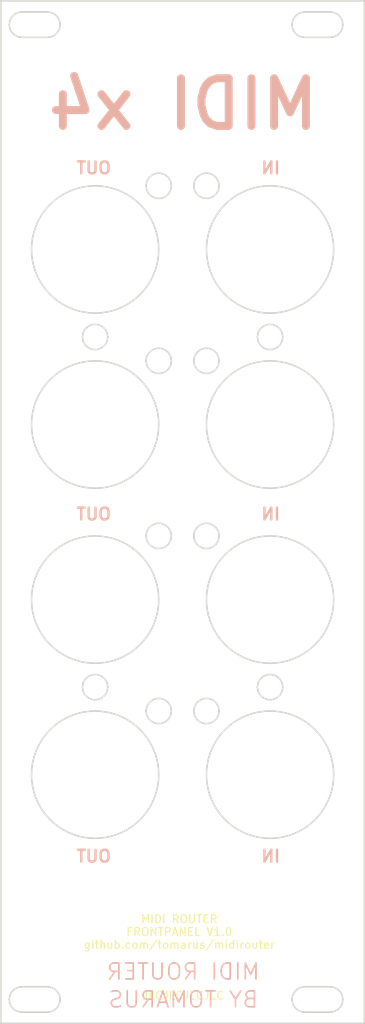
<source format=kicad_pcb>
(kicad_pcb (version 20171130) (host pcbnew 5.0.2+dfsg1-1)

  (general
    (thickness 1.6)
    (drawings 895)
    (tracks 0)
    (zones 0)
    (modules 0)
    (nets 1)
  )

  (page A4)
  (layers
    (0 F.Cu signal)
    (31 B.Cu signal)
    (32 B.Adhes user)
    (33 F.Adhes user)
    (34 B.Paste user)
    (35 F.Paste user)
    (36 B.SilkS user)
    (37 F.SilkS user)
    (38 B.Mask user)
    (39 F.Mask user)
    (40 Dwgs.User user)
    (41 Cmts.User user)
    (42 Eco1.User user)
    (43 Eco2.User user)
    (44 Edge.Cuts user)
    (45 Margin user)
    (46 B.CrtYd user)
    (47 F.CrtYd user)
    (48 B.Fab user)
    (49 F.Fab user)
  )

  (setup
    (last_trace_width 0.25)
    (trace_clearance 0.2)
    (zone_clearance 0.508)
    (zone_45_only no)
    (trace_min 0.2)
    (segment_width 0.2)
    (edge_width 0.15)
    (via_size 0.8)
    (via_drill 0.4)
    (via_min_size 0.4)
    (via_min_drill 0.3)
    (uvia_size 0.3)
    (uvia_drill 0.1)
    (uvias_allowed no)
    (uvia_min_size 0.2)
    (uvia_min_drill 0.1)
    (pcb_text_width 0.3)
    (pcb_text_size 1.5 1.5)
    (mod_edge_width 0.15)
    (mod_text_size 1 1)
    (mod_text_width 0.15)
    (pad_size 1.524 1.524)
    (pad_drill 0.762)
    (pad_to_mask_clearance 0.051)
    (solder_mask_min_width 0.25)
    (aux_axis_origin 0 0)
    (visible_elements FFFFFF7F)
    (pcbplotparams
      (layerselection 0x010f0_ffffffff)
      (usegerberextensions false)
      (usegerberattributes false)
      (usegerberadvancedattributes false)
      (creategerberjobfile false)
      (excludeedgelayer true)
      (linewidth 0.100000)
      (plotframeref false)
      (viasonmask false)
      (mode 1)
      (useauxorigin false)
      (hpglpennumber 1)
      (hpglpenspeed 20)
      (hpglpendiameter 15.000000)
      (psnegative false)
      (psa4output false)
      (plotreference true)
      (plotvalue true)
      (plotinvisibletext false)
      (padsonsilk false)
      (subtractmaskfromsilk false)
      (outputformat 1)
      (mirror false)
      (drillshape 0)
      (scaleselection 1)
      (outputdirectory "Gerbers"))
  )

  (net 0 "")

  (net_class Default "This is the default net class."
    (clearance 0.2)
    (trace_width 0.25)
    (via_dia 0.8)
    (via_drill 0.4)
    (uvia_dia 0.3)
    (uvia_drill 0.1)
  )

  (gr_text "MIDI ROUTER\nFRONTPANEL V1.0\ngithub.com/tomarus/midirouter" (at 122 142) (layer F.SilkS)
    (effects (font (size 1 1) (thickness 0.15)))
  )
  (gr_text IN (at 133.5 89.5) (layer B.SilkS) (tstamp 5E163A44)
    (effects (font (size 1.5 1.5) (thickness 0.3)) (justify mirror))
  )
  (gr_text OUT (at 111.25 89.5) (layer B.SilkS)
    (effects (font (size 1.5 1.5) (thickness 0.3)) (justify mirror))
  )
  (gr_text "MIDI ROUTER" (at 122.5 147) (layer B.SilkS) (tstamp 5E1F8CC3)
    (effects (font (size 2 2) (thickness 0.2)) (justify mirror))
  )
  (gr_text IN (at 133.5 132.5) (layer B.SilkS) (tstamp 5E163A3F)
    (effects (font (size 1.5 1.5) (thickness 0.3)) (justify mirror))
  )
  (gr_text OUT (at 111.25 132.5) (layer B.SilkS) (tstamp 5E163A4A)
    (effects (font (size 1.5 1.5) (thickness 0.3)) (justify mirror))
  )
  (gr_text IN (at 133.5 46) (layer B.SilkS) (tstamp 5E163A12)
    (effects (font (size 1.5 1.5) (thickness 0.3)) (justify mirror))
  )
  (gr_text OUT (at 111.25 46) (layer B.SilkS) (tstamp 5E163A1C)
    (effects (font (size 1.5 1.5) (thickness 0.3)) (justify mirror))
  )
  (gr_text "BY TOMARUS" (at 122.5 150.5) (layer B.SilkS)
    (effects (font (size 2 2) (thickness 0.2)) (justify mirror))
  )
  (gr_text JLCJLCJLCJLC (at 122.5 150) (layer F.SilkS)
    (effects (font (size 1 1) (thickness 0.15)))
  )
  (gr_text "MIDI x4" (at 122.5 38) (layer B.SilkS)
    (effects (font (size 6 6) (thickness 1)) (justify mirror))
  )
  (gr_line (start 99.55831 24.994) (end 145.27831 24.994) (layer Edge.Cuts) (width 0.2))
  (gr_line (start 145.27831 153.494) (end 99.55831 153.494) (layer Edge.Cuts) (width 0.2))
  (gr_line (start 99.55831 153.494) (end 99.55831 24.994) (layer Edge.Cuts) (width 0.2))
  (gr_line (start 140.97832 29.594) (end 141.47274 29.516) (layer Edge.Cuts) (width 0.2))
  (gr_line (start 141.47274 29.516) (end 141.91877 29.288) (layer Edge.Cuts) (width 0.2))
  (gr_line (start 141.91877 29.288) (end 142.27274 28.934) (layer Edge.Cuts) (width 0.2))
  (gr_line (start 145.27831 24.994) (end 145.27831 153.494) (layer Edge.Cuts) (width 0.2))
  (gr_line (start 137.77831 152.09401) (end 140.97832 152.09401) (layer Edge.Cuts) (width 0.2))
  (gr_line (start 137.28389 152.0157) (end 137.77831 152.09401) (layer Edge.Cuts) (width 0.2))
  (gr_line (start 136.83787 151.78843) (end 137.28389 152.0157) (layer Edge.Cuts) (width 0.2))
  (gr_line (start 136.48389 151.43446) (end 136.83787 151.78843) (layer Edge.Cuts) (width 0.2))
  (gr_line (start 136.25663 150.98843) (end 136.48389 151.43446) (layer Edge.Cuts) (width 0.2))
  (gr_line (start 136.17832 150.494) (end 136.25663 150.98843) (layer Edge.Cuts) (width 0.2))
  (gr_line (start 136.25663 149.99958) (end 136.17832 150.494) (layer Edge.Cuts) (width 0.2))
  (gr_line (start 136.48389 149.55356) (end 136.25663 149.99958) (layer Edge.Cuts) (width 0.2))
  (gr_line (start 136.83787 149.19958) (end 136.48389 149.55356) (layer Edge.Cuts) (width 0.2))
  (gr_line (start 137.28389 148.97232) (end 136.83787 149.19958) (layer Edge.Cuts) (width 0.2))
  (gr_line (start 137.77831 148.89401) (end 137.28389 148.97232) (layer Edge.Cuts) (width 0.2))
  (gr_line (start 140.97832 148.89401) (end 137.77831 148.89401) (layer Edge.Cuts) (width 0.2))
  (gr_line (start 141.47274 148.97232) (end 140.97832 148.89401) (layer Edge.Cuts) (width 0.2))
  (gr_line (start 141.91877 149.19958) (end 141.47274 148.97232) (layer Edge.Cuts) (width 0.2))
  (gr_line (start 142.27274 149.55356) (end 141.91877 149.19958) (layer Edge.Cuts) (width 0.2))
  (gr_line (start 142.5 149.99958) (end 142.27274 149.55356) (layer Edge.Cuts) (width 0.2))
  (gr_line (start 142.57831 150.494) (end 142.5 149.99958) (layer Edge.Cuts) (width 0.2))
  (gr_line (start 142.5 150.98843) (end 142.57831 150.494) (layer Edge.Cuts) (width 0.2))
  (gr_line (start 142.27274 151.43446) (end 142.5 150.98843) (layer Edge.Cuts) (width 0.2))
  (gr_line (start 141.91877 151.78843) (end 142.27274 151.43446) (layer Edge.Cuts) (width 0.2))
  (gr_line (start 141.47274 152.0157) (end 141.91877 151.78843) (layer Edge.Cuts) (width 0.2))
  (gr_line (start 140.97832 152.09401) (end 141.47274 152.0157) (layer Edge.Cuts) (width 0.2))
  (gr_line (start 102.21831 152.09401) (end 105.41831 152.09401) (layer Edge.Cuts) (width 0.2))
  (gr_line (start 101.72391 152.0157) (end 102.21831 152.09401) (layer Edge.Cuts) (width 0.2))
  (gr_line (start 101.27781 151.78843) (end 101.72391 152.0157) (layer Edge.Cuts) (width 0.2))
  (gr_line (start 100.92391 151.43446) (end 101.27781 151.78843) (layer Edge.Cuts) (width 0.2))
  (gr_line (start 100.69661 150.98843) (end 100.92391 151.43446) (layer Edge.Cuts) (width 0.2))
  (gr_line (start 100.61831 150.494) (end 100.69661 150.98843) (layer Edge.Cuts) (width 0.2))
  (gr_line (start 100.69661 149.99958) (end 100.61831 150.494) (layer Edge.Cuts) (width 0.2))
  (gr_line (start 100.92391 149.55356) (end 100.69661 149.99958) (layer Edge.Cuts) (width 0.2))
  (gr_line (start 101.27781 149.19958) (end 100.92391 149.55356) (layer Edge.Cuts) (width 0.2))
  (gr_line (start 101.72391 148.97232) (end 101.27781 149.19958) (layer Edge.Cuts) (width 0.2))
  (gr_line (start 102.21831 148.89401) (end 101.72391 148.97232) (layer Edge.Cuts) (width 0.2))
  (gr_line (start 105.41831 148.89401) (end 102.21831 148.89401) (layer Edge.Cuts) (width 0.2))
  (gr_line (start 105.91271 148.97232) (end 105.41831 148.89401) (layer Edge.Cuts) (width 0.2))
  (gr_line (start 106.35881 149.19958) (end 105.91271 148.97232) (layer Edge.Cuts) (width 0.2))
  (gr_line (start 106.71271 149.55356) (end 106.35881 149.19958) (layer Edge.Cuts) (width 0.2))
  (gr_line (start 106.94001 149.99958) (end 106.71271 149.55356) (layer Edge.Cuts) (width 0.2))
  (gr_line (start 107.01831 150.494) (end 106.94001 149.99958) (layer Edge.Cuts) (width 0.2))
  (gr_line (start 106.94001 150.98843) (end 107.01831 150.494) (layer Edge.Cuts) (width 0.2))
  (gr_line (start 106.71271 151.43446) (end 106.94001 150.98843) (layer Edge.Cuts) (width 0.2))
  (gr_line (start 106.35881 151.78843) (end 106.71271 151.43446) (layer Edge.Cuts) (width 0.2))
  (gr_line (start 105.91271 152.0157) (end 106.35881 151.78843) (layer Edge.Cuts) (width 0.2))
  (gr_line (start 105.41831 152.09401) (end 105.91271 152.0157) (layer Edge.Cuts) (width 0.2))
  (gr_line (start 111.41831 130.244) (end 112.11551 130.2136) (layer Edge.Cuts) (width 0.2))
  (gr_line (start 110.72111 130.2136) (end 111.41831 130.244) (layer Edge.Cuts) (width 0.2))
  (gr_line (start 110.02911 130.1225) (end 110.72111 130.2136) (layer Edge.Cuts) (width 0.2))
  (gr_line (start 109.34781 129.9714) (end 110.02911 130.1225) (layer Edge.Cuts) (width 0.2))
  (gr_line (start 108.68211 129.7615) (end 109.34781 129.9714) (layer Edge.Cuts) (width 0.2))
  (gr_line (start 108.03741 129.4945) (end 108.68211 129.7615) (layer Edge.Cuts) (width 0.2))
  (gr_line (start 107.41831 129.1722) (end 108.03741 129.4945) (layer Edge.Cuts) (width 0.2))
  (gr_line (start 106.82971 128.7972) (end 107.41831 129.1722) (layer Edge.Cuts) (width 0.2))
  (gr_line (start 106.27601 128.3724) (end 106.82971 128.7972) (layer Edge.Cuts) (width 0.2))
  (gr_line (start 105.76151 127.9009) (end 106.27601 128.3724) (layer Edge.Cuts) (width 0.2))
  (gr_line (start 105.29001 127.3863) (end 105.76151 127.9009) (layer Edge.Cuts) (width 0.2))
  (gr_line (start 104.86511 126.8326) (end 105.29001 127.3863) (layer Edge.Cuts) (width 0.2))
  (gr_line (start 104.49011 126.244) (end 104.86511 126.8326) (layer Edge.Cuts) (width 0.2))
  (gr_line (start 104.16781 125.625) (end 104.49011 126.244) (layer Edge.Cuts) (width 0.2))
  (gr_line (start 103.90081 124.9802) (end 104.16781 125.625) (layer Edge.Cuts) (width 0.2))
  (gr_line (start 103.69091 124.3146) (end 103.90081 124.9802) (layer Edge.Cuts) (width 0.2))
  (gr_line (start 103.53991 123.6332) (end 103.69091 124.3146) (layer Edge.Cuts) (width 0.2))
  (gr_line (start 103.44871 122.9413) (end 103.53991 123.6332) (layer Edge.Cuts) (width 0.2))
  (gr_line (start 103.41831 122.244) (end 103.44871 122.9413) (layer Edge.Cuts) (width 0.2))
  (gr_line (start 103.44871 121.5468) (end 103.41831 122.244) (layer Edge.Cuts) (width 0.2))
  (gr_line (start 103.53991 120.8548) (end 103.44871 121.5468) (layer Edge.Cuts) (width 0.2))
  (gr_line (start 103.69091 120.1735) (end 103.53991 120.8548) (layer Edge.Cuts) (width 0.2))
  (gr_line (start 103.90081 119.5078) (end 103.69091 120.1735) (layer Edge.Cuts) (width 0.2))
  (gr_line (start 104.16781 118.8631) (end 103.90081 119.5078) (layer Edge.Cuts) (width 0.2))
  (gr_line (start 104.49011 118.244) (end 104.16781 118.8631) (layer Edge.Cuts) (width 0.2))
  (gr_line (start 104.86511 117.6554) (end 104.49011 118.244) (layer Edge.Cuts) (width 0.2))
  (gr_line (start 105.29001 117.1017) (end 104.86511 117.6554) (layer Edge.Cuts) (width 0.2))
  (gr_line (start 105.76151 116.5872) (end 105.29001 117.1017) (layer Edge.Cuts) (width 0.2))
  (gr_line (start 106.27601 116.1156) (end 105.76151 116.5872) (layer Edge.Cuts) (width 0.2))
  (gr_line (start 106.82971 115.6908) (end 106.27601 116.1156) (layer Edge.Cuts) (width 0.2))
  (gr_line (start 107.41831 115.3158) (end 106.82971 115.6908) (layer Edge.Cuts) (width 0.2))
  (gr_line (start 108.03741 114.9935) (end 107.41831 115.3158) (layer Edge.Cuts) (width 0.2))
  (gr_line (start 108.68211 114.7265) (end 108.03741 114.9935) (layer Edge.Cuts) (width 0.2))
  (gr_line (start 109.34781 114.5166) (end 108.68211 114.7265) (layer Edge.Cuts) (width 0.2))
  (gr_line (start 110.02911 114.3655) (end 109.34781 114.5166) (layer Edge.Cuts) (width 0.2))
  (gr_line (start 110.72111 114.2744) (end 110.02911 114.3655) (layer Edge.Cuts) (width 0.2))
  (gr_line (start 111.41831 114.244) (end 110.72111 114.2744) (layer Edge.Cuts) (width 0.2))
  (gr_line (start 112.11551 114.2744) (end 111.41831 114.244) (layer Edge.Cuts) (width 0.2))
  (gr_line (start 112.80751 114.3655) (end 112.11551 114.2744) (layer Edge.Cuts) (width 0.2))
  (gr_line (start 113.48891 114.5166) (end 112.80751 114.3655) (layer Edge.Cuts) (width 0.2))
  (gr_line (start 114.15451 114.7265) (end 113.48891 114.5166) (layer Edge.Cuts) (width 0.2))
  (gr_line (start 114.79931 114.9935) (end 114.15451 114.7265) (layer Edge.Cuts) (width 0.2))
  (gr_line (start 115.41831 115.3158) (end 114.79931 114.9935) (layer Edge.Cuts) (width 0.2))
  (gr_line (start 116.00691 115.6908) (end 115.41831 115.3158) (layer Edge.Cuts) (width 0.2))
  (gr_line (start 116.56061 116.1156) (end 116.00691 115.6908) (layer Edge.Cuts) (width 0.2))
  (gr_line (start 117.07521 116.5872) (end 116.56061 116.1156) (layer Edge.Cuts) (width 0.2))
  (gr_line (start 117.54671 117.1017) (end 117.07521 116.5872) (layer Edge.Cuts) (width 0.2))
  (gr_line (start 117.97151 117.6554) (end 117.54671 117.1017) (layer Edge.Cuts) (width 0.2))
  (gr_line (start 118.34651 118.244) (end 117.97151 117.6554) (layer Edge.Cuts) (width 0.2))
  (gr_line (start 118.66881 118.8631) (end 118.34651 118.244) (layer Edge.Cuts) (width 0.2))
  (gr_line (start 118.93581 119.5078) (end 118.66881 118.8631) (layer Edge.Cuts) (width 0.2))
  (gr_line (start 119.14571 120.1735) (end 118.93581 119.5078) (layer Edge.Cuts) (width 0.2))
  (gr_line (start 119.29681 120.8548) (end 119.14571 120.1735) (layer Edge.Cuts) (width 0.2))
  (gr_line (start 119.38791 121.5468) (end 119.29681 120.8548) (layer Edge.Cuts) (width 0.2))
  (gr_line (start 119.41831 122.244) (end 119.38791 121.5468) (layer Edge.Cuts) (width 0.2))
  (gr_line (start 119.38791 122.9413) (end 119.41831 122.244) (layer Edge.Cuts) (width 0.2))
  (gr_line (start 119.29681 123.6332) (end 119.38791 122.9413) (layer Edge.Cuts) (width 0.2))
  (gr_line (start 119.14571 124.3146) (end 119.29681 123.6332) (layer Edge.Cuts) (width 0.2))
  (gr_line (start 118.93581 124.9802) (end 119.14571 124.3146) (layer Edge.Cuts) (width 0.2))
  (gr_line (start 118.66881 125.625) (end 118.93581 124.9802) (layer Edge.Cuts) (width 0.2))
  (gr_line (start 118.34651 126.244) (end 118.66881 125.625) (layer Edge.Cuts) (width 0.2))
  (gr_line (start 117.97151 126.8326) (end 118.34651 126.244) (layer Edge.Cuts) (width 0.2))
  (gr_line (start 117.54671 127.3863) (end 117.97151 126.8326) (layer Edge.Cuts) (width 0.2))
  (gr_line (start 117.07521 127.9009) (end 117.54671 127.3863) (layer Edge.Cuts) (width 0.2))
  (gr_line (start 116.56061 128.3724) (end 117.07521 127.9009) (layer Edge.Cuts) (width 0.2))
  (gr_line (start 116.00691 128.7972) (end 116.56061 128.3724) (layer Edge.Cuts) (width 0.2))
  (gr_line (start 115.41831 129.1722) (end 116.00691 128.7972) (layer Edge.Cuts) (width 0.2))
  (gr_line (start 114.79931 129.4945) (end 115.41831 129.1722) (layer Edge.Cuts) (width 0.2))
  (gr_line (start 114.15451 129.7615) (end 114.79931 129.4945) (layer Edge.Cuts) (width 0.2))
  (gr_line (start 113.48891 129.9714) (end 114.15451 129.7615) (layer Edge.Cuts) (width 0.2))
  (gr_line (start 112.80751 130.1225) (end 113.48891 129.9714) (layer Edge.Cuts) (width 0.2))
  (gr_line (start 112.11551 130.2136) (end 112.80751 130.1225) (layer Edge.Cuts) (width 0.2))
  (gr_line (start 133.41831 130.244) (end 134.11551 130.2136) (layer Edge.Cuts) (width 0.2))
  (gr_line (start 132.72111 130.2136) (end 133.41831 130.244) (layer Edge.Cuts) (width 0.2))
  (gr_line (start 132.02911 130.1225) (end 132.72111 130.2136) (layer Edge.Cuts) (width 0.2))
  (gr_line (start 131.34781 129.9714) (end 132.02911 130.1225) (layer Edge.Cuts) (width 0.2))
  (gr_line (start 130.68211 129.7615) (end 131.34781 129.9714) (layer Edge.Cuts) (width 0.2))
  (gr_line (start 130.03741 129.4945) (end 130.68211 129.7615) (layer Edge.Cuts) (width 0.2))
  (gr_line (start 129.41831 129.1722) (end 130.03741 129.4945) (layer Edge.Cuts) (width 0.2))
  (gr_line (start 128.82971 128.7972) (end 129.41831 129.1722) (layer Edge.Cuts) (width 0.2))
  (gr_line (start 128.27601 128.3724) (end 128.82971 128.7972) (layer Edge.Cuts) (width 0.2))
  (gr_line (start 127.76151 127.9009) (end 128.27601 128.3724) (layer Edge.Cuts) (width 0.2))
  (gr_line (start 127.29001 127.3863) (end 127.76151 127.9009) (layer Edge.Cuts) (width 0.2))
  (gr_line (start 126.86511 126.8326) (end 127.29001 127.3863) (layer Edge.Cuts) (width 0.2))
  (gr_line (start 126.49011 126.244) (end 126.86511 126.8326) (layer Edge.Cuts) (width 0.2))
  (gr_line (start 126.16781 125.625) (end 126.49011 126.244) (layer Edge.Cuts) (width 0.2))
  (gr_line (start 125.90081 124.9802) (end 126.16781 125.625) (layer Edge.Cuts) (width 0.2))
  (gr_line (start 125.69091 124.3146) (end 125.90081 124.9802) (layer Edge.Cuts) (width 0.2))
  (gr_line (start 125.53991 123.6332) (end 125.69091 124.3146) (layer Edge.Cuts) (width 0.2))
  (gr_line (start 125.44881 122.9413) (end 125.53991 123.6332) (layer Edge.Cuts) (width 0.2))
  (gr_line (start 125.41831 122.244) (end 125.44881 122.9413) (layer Edge.Cuts) (width 0.2))
  (gr_line (start 125.44881 121.5468) (end 125.41831 122.244) (layer Edge.Cuts) (width 0.2))
  (gr_line (start 125.53991 120.8548) (end 125.44881 121.5468) (layer Edge.Cuts) (width 0.2))
  (gr_line (start 125.69091 120.1735) (end 125.53991 120.8548) (layer Edge.Cuts) (width 0.2))
  (gr_line (start 125.90081 119.5078) (end 125.69091 120.1735) (layer Edge.Cuts) (width 0.2))
  (gr_line (start 126.16781 118.8631) (end 125.90081 119.5078) (layer Edge.Cuts) (width 0.2))
  (gr_line (start 126.49011 118.244) (end 126.16781 118.8631) (layer Edge.Cuts) (width 0.2))
  (gr_line (start 126.86511 117.6554) (end 126.49011 118.244) (layer Edge.Cuts) (width 0.2))
  (gr_line (start 127.29001 117.1017) (end 126.86511 117.6554) (layer Edge.Cuts) (width 0.2))
  (gr_line (start 127.76151 116.5872) (end 127.29001 117.1017) (layer Edge.Cuts) (width 0.2))
  (gr_line (start 128.27601 116.1156) (end 127.76151 116.5872) (layer Edge.Cuts) (width 0.2))
  (gr_line (start 128.82971 115.6908) (end 128.27601 116.1156) (layer Edge.Cuts) (width 0.2))
  (gr_line (start 129.41831 115.3158) (end 128.82971 115.6908) (layer Edge.Cuts) (width 0.2))
  (gr_line (start 130.03741 114.9935) (end 129.41831 115.3158) (layer Edge.Cuts) (width 0.2))
  (gr_line (start 130.68211 114.7265) (end 130.03741 114.9935) (layer Edge.Cuts) (width 0.2))
  (gr_line (start 131.34781 114.5166) (end 130.68211 114.7265) (layer Edge.Cuts) (width 0.2))
  (gr_line (start 132.02911 114.3655) (end 131.34781 114.5166) (layer Edge.Cuts) (width 0.2))
  (gr_line (start 132.72111 114.2744) (end 132.02911 114.3655) (layer Edge.Cuts) (width 0.2))
  (gr_line (start 133.41831 114.244) (end 132.72111 114.2744) (layer Edge.Cuts) (width 0.2))
  (gr_line (start 134.11551 114.2744) (end 133.41831 114.244) (layer Edge.Cuts) (width 0.2))
  (gr_line (start 134.80751 114.3655) (end 134.11551 114.2744) (layer Edge.Cuts) (width 0.2))
  (gr_line (start 135.48887 114.5166) (end 134.80751 114.3655) (layer Edge.Cuts) (width 0.2))
  (gr_line (start 136.15448 114.7265) (end 135.48887 114.5166) (layer Edge.Cuts) (width 0.2))
  (gr_line (start 136.79926 114.9935) (end 136.15448 114.7265) (layer Edge.Cuts) (width 0.2))
  (gr_line (start 137.41832 115.3158) (end 136.79926 114.9935) (layer Edge.Cuts) (width 0.2))
  (gr_line (start 138.00693 115.6908) (end 137.41832 115.3158) (layer Edge.Cuts) (width 0.2))
  (gr_line (start 138.56061 116.1156) (end 138.00693 115.6908) (layer Edge.Cuts) (width 0.2))
  (gr_line (start 139.07517 116.5872) (end 138.56061 116.1156) (layer Edge.Cuts) (width 0.2))
  (gr_line (start 139.54667 117.1017) (end 139.07517 116.5872) (layer Edge.Cuts) (width 0.2))
  (gr_line (start 139.97153 117.6554) (end 139.54667 117.1017) (layer Edge.Cuts) (width 0.2))
  (gr_line (start 140.34652 118.244) (end 139.97153 117.6554) (layer Edge.Cuts) (width 0.2))
  (gr_line (start 140.66878 118.8631) (end 140.34652 118.244) (layer Edge.Cuts) (width 0.2))
  (gr_line (start 140.93586 119.5078) (end 140.66878 118.8631) (layer Edge.Cuts) (width 0.2))
  (gr_line (start 141.14573 120.1735) (end 140.93586 119.5078) (layer Edge.Cuts) (width 0.2))
  (gr_line (start 141.29677 120.8548) (end 141.14573 120.1735) (layer Edge.Cuts) (width 0.2))
  (gr_line (start 141.38787 121.5468) (end 141.29677 120.8548) (layer Edge.Cuts) (width 0.2))
  (gr_line (start 141.41832 122.244) (end 141.38787 121.5468) (layer Edge.Cuts) (width 0.2))
  (gr_line (start 141.38787 122.9413) (end 141.41832 122.244) (layer Edge.Cuts) (width 0.2))
  (gr_line (start 141.29677 123.6332) (end 141.38787 122.9413) (layer Edge.Cuts) (width 0.2))
  (gr_line (start 141.14573 124.3146) (end 141.29677 123.6332) (layer Edge.Cuts) (width 0.2))
  (gr_line (start 140.93586 124.9802) (end 141.14573 124.3146) (layer Edge.Cuts) (width 0.2))
  (gr_line (start 140.66878 125.625) (end 140.93586 124.9802) (layer Edge.Cuts) (width 0.2))
  (gr_line (start 140.34652 126.244) (end 140.66878 125.625) (layer Edge.Cuts) (width 0.2))
  (gr_line (start 139.97153 126.8326) (end 140.34652 126.244) (layer Edge.Cuts) (width 0.2))
  (gr_line (start 139.54667 127.3863) (end 139.97153 126.8326) (layer Edge.Cuts) (width 0.2))
  (gr_line (start 139.07517 127.9009) (end 139.54667 127.3863) (layer Edge.Cuts) (width 0.2))
  (gr_line (start 138.56061 128.3724) (end 139.07517 127.9009) (layer Edge.Cuts) (width 0.2))
  (gr_line (start 138.00693 128.7972) (end 138.56061 128.3724) (layer Edge.Cuts) (width 0.2))
  (gr_line (start 137.41832 129.1722) (end 138.00693 128.7972) (layer Edge.Cuts) (width 0.2))
  (gr_line (start 136.79926 129.4945) (end 137.41832 129.1722) (layer Edge.Cuts) (width 0.2))
  (gr_line (start 136.15448 129.7615) (end 136.79926 129.4945) (layer Edge.Cuts) (width 0.2))
  (gr_line (start 135.48887 129.9714) (end 136.15448 129.7615) (layer Edge.Cuts) (width 0.2))
  (gr_line (start 134.80751 130.1225) (end 135.48887 129.9714) (layer Edge.Cuts) (width 0.2))
  (gr_line (start 134.11551 130.2136) (end 134.80751 130.1225) (layer Edge.Cuts) (width 0.2))
  (gr_line (start 125.14051 115.8197) (end 125.69611 115.8197) (layer Edge.Cuts) (width 0.2))
  (gr_line (start 124.61831 115.6297) (end 125.14051 115.8197) (layer Edge.Cuts) (width 0.2))
  (gr_line (start 124.19261 115.2725) (end 124.61831 115.6297) (layer Edge.Cuts) (width 0.2))
  (gr_line (start 123.91481 114.7912) (end 124.19261 115.2725) (layer Edge.Cuts) (width 0.2))
  (gr_line (start 123.81831 114.244) (end 123.91481 114.7912) (layer Edge.Cuts) (width 0.2))
  (gr_line (start 123.91481 113.6968) (end 123.81831 114.244) (layer Edge.Cuts) (width 0.2))
  (gr_line (start 124.19261 113.2155) (end 123.91481 113.6968) (layer Edge.Cuts) (width 0.2))
  (gr_line (start 124.61831 112.8584) (end 124.19261 113.2155) (layer Edge.Cuts) (width 0.2))
  (gr_line (start 125.14051 112.6683) (end 124.61831 112.8584) (layer Edge.Cuts) (width 0.2))
  (gr_line (start 125.69611 112.6683) (end 125.14051 112.6683) (layer Edge.Cuts) (width 0.2))
  (gr_line (start 126.21831 112.8584) (end 125.69611 112.6683) (layer Edge.Cuts) (width 0.2))
  (gr_line (start 126.64401 113.2155) (end 126.21831 112.8584) (layer Edge.Cuts) (width 0.2))
  (gr_line (start 126.92181 113.6968) (end 126.64401 113.2155) (layer Edge.Cuts) (width 0.2))
  (gr_line (start 127.01831 114.244) (end 126.92181 113.6968) (layer Edge.Cuts) (width 0.2))
  (gr_line (start 126.92181 114.7912) (end 127.01831 114.244) (layer Edge.Cuts) (width 0.2))
  (gr_line (start 126.64401 115.2725) (end 126.92181 114.7912) (layer Edge.Cuts) (width 0.2))
  (gr_line (start 126.21831 115.6297) (end 126.64401 115.2725) (layer Edge.Cuts) (width 0.2))
  (gr_line (start 125.69611 115.8197) (end 126.21831 115.6297) (layer Edge.Cuts) (width 0.2))
  (gr_line (start 119.14051 115.8197) (end 119.69611 115.8197) (layer Edge.Cuts) (width 0.2))
  (gr_line (start 118.61831 115.6297) (end 119.14051 115.8197) (layer Edge.Cuts) (width 0.2))
  (gr_line (start 118.19261 115.2725) (end 118.61831 115.6297) (layer Edge.Cuts) (width 0.2))
  (gr_line (start 117.91481 114.7912) (end 118.19261 115.2725) (layer Edge.Cuts) (width 0.2))
  (gr_line (start 117.81831 114.244) (end 117.91481 114.7912) (layer Edge.Cuts) (width 0.2))
  (gr_line (start 117.91481 113.6968) (end 117.81831 114.244) (layer Edge.Cuts) (width 0.2))
  (gr_line (start 118.19261 113.2155) (end 117.91481 113.6968) (layer Edge.Cuts) (width 0.2))
  (gr_line (start 118.61831 112.8584) (end 118.19261 113.2155) (layer Edge.Cuts) (width 0.2))
  (gr_line (start 119.14051 112.6683) (end 118.61831 112.8584) (layer Edge.Cuts) (width 0.2))
  (gr_line (start 119.69611 112.6683) (end 119.14051 112.6683) (layer Edge.Cuts) (width 0.2))
  (gr_line (start 120.21831 112.8584) (end 119.69611 112.6683) (layer Edge.Cuts) (width 0.2))
  (gr_line (start 120.64401 113.2155) (end 120.21831 112.8584) (layer Edge.Cuts) (width 0.2))
  (gr_line (start 120.92181 113.6968) (end 120.64401 113.2155) (layer Edge.Cuts) (width 0.2))
  (gr_line (start 121.01831 114.244) (end 120.92181 113.6968) (layer Edge.Cuts) (width 0.2))
  (gr_line (start 120.92181 114.7912) (end 121.01831 114.244) (layer Edge.Cuts) (width 0.2))
  (gr_line (start 120.64401 115.2725) (end 120.92181 114.7912) (layer Edge.Cuts) (width 0.2))
  (gr_line (start 120.21831 115.6297) (end 120.64401 115.2725) (layer Edge.Cuts) (width 0.2))
  (gr_line (start 119.69611 115.8197) (end 120.21831 115.6297) (layer Edge.Cuts) (width 0.2))
  (gr_line (start 133.14051 112.8197) (end 133.69611 112.8197) (layer Edge.Cuts) (width 0.2))
  (gr_line (start 132.61831 112.6297) (end 133.14051 112.8197) (layer Edge.Cuts) (width 0.2))
  (gr_line (start 132.19261 112.2725) (end 132.61831 112.6297) (layer Edge.Cuts) (width 0.2))
  (gr_line (start 131.91481 111.7912) (end 132.19261 112.2725) (layer Edge.Cuts) (width 0.2))
  (gr_line (start 131.81831 111.244) (end 131.91481 111.7912) (layer Edge.Cuts) (width 0.2))
  (gr_line (start 131.91481 110.6968) (end 131.81831 111.244) (layer Edge.Cuts) (width 0.2))
  (gr_line (start 132.19261 110.2155) (end 131.91481 110.6968) (layer Edge.Cuts) (width 0.2))
  (gr_line (start 132.61831 109.8584) (end 132.19261 110.2155) (layer Edge.Cuts) (width 0.2))
  (gr_line (start 133.14051 109.6683) (end 132.61831 109.8584) (layer Edge.Cuts) (width 0.2))
  (gr_line (start 133.69611 109.6683) (end 133.14051 109.6683) (layer Edge.Cuts) (width 0.2))
  (gr_line (start 134.21831 109.8584) (end 133.69611 109.6683) (layer Edge.Cuts) (width 0.2))
  (gr_line (start 134.64401 110.2155) (end 134.21831 109.8584) (layer Edge.Cuts) (width 0.2))
  (gr_line (start 134.92181 110.6968) (end 134.64401 110.2155) (layer Edge.Cuts) (width 0.2))
  (gr_line (start 135.01831 111.244) (end 134.92181 110.6968) (layer Edge.Cuts) (width 0.2))
  (gr_line (start 134.92181 111.7912) (end 135.01831 111.244) (layer Edge.Cuts) (width 0.2))
  (gr_line (start 134.64401 112.2725) (end 134.92181 111.7912) (layer Edge.Cuts) (width 0.2))
  (gr_line (start 134.21831 112.6297) (end 134.64401 112.2725) (layer Edge.Cuts) (width 0.2))
  (gr_line (start 133.69611 112.8197) (end 134.21831 112.6297) (layer Edge.Cuts) (width 0.2))
  (gr_line (start 111.14051 112.8197) (end 111.69611 112.8197) (layer Edge.Cuts) (width 0.2))
  (gr_line (start 110.61831 112.6297) (end 111.14051 112.8197) (layer Edge.Cuts) (width 0.2))
  (gr_line (start 110.19261 112.2725) (end 110.61831 112.6297) (layer Edge.Cuts) (width 0.2))
  (gr_line (start 109.91481 111.7912) (end 110.19261 112.2725) (layer Edge.Cuts) (width 0.2))
  (gr_line (start 109.81831 111.244) (end 109.91481 111.7912) (layer Edge.Cuts) (width 0.2))
  (gr_line (start 109.91481 110.6968) (end 109.81831 111.244) (layer Edge.Cuts) (width 0.2))
  (gr_line (start 110.19261 110.2155) (end 109.91481 110.6968) (layer Edge.Cuts) (width 0.2))
  (gr_line (start 110.61831 109.8584) (end 110.19261 110.2155) (layer Edge.Cuts) (width 0.2))
  (gr_line (start 111.14051 109.6683) (end 110.61831 109.8584) (layer Edge.Cuts) (width 0.2))
  (gr_line (start 111.69611 109.6683) (end 111.14051 109.6683) (layer Edge.Cuts) (width 0.2))
  (gr_line (start 112.21831 109.8584) (end 111.69611 109.6683) (layer Edge.Cuts) (width 0.2))
  (gr_line (start 112.64401 110.2155) (end 112.21831 109.8584) (layer Edge.Cuts) (width 0.2))
  (gr_line (start 112.92181 110.6968) (end 112.64401 110.2155) (layer Edge.Cuts) (width 0.2))
  (gr_line (start 113.01831 111.244) (end 112.92181 110.6968) (layer Edge.Cuts) (width 0.2))
  (gr_line (start 112.92181 111.7912) (end 113.01831 111.244) (layer Edge.Cuts) (width 0.2))
  (gr_line (start 112.64401 112.2725) (end 112.92181 111.7912) (layer Edge.Cuts) (width 0.2))
  (gr_line (start 112.21831 112.6297) (end 112.64401 112.2725) (layer Edge.Cuts) (width 0.2))
  (gr_line (start 111.69611 112.8197) (end 112.21831 112.6297) (layer Edge.Cuts) (width 0.2))
  (gr_line (start 133.41831 108.244) (end 134.11551 108.2136) (layer Edge.Cuts) (width 0.2))
  (gr_line (start 132.72111 108.2136) (end 133.41831 108.244) (layer Edge.Cuts) (width 0.2))
  (gr_line (start 132.02911 108.1225) (end 132.72111 108.2136) (layer Edge.Cuts) (width 0.2))
  (gr_line (start 131.34781 107.9714) (end 132.02911 108.1225) (layer Edge.Cuts) (width 0.2))
  (gr_line (start 130.68211 107.7615) (end 131.34781 107.9714) (layer Edge.Cuts) (width 0.2))
  (gr_line (start 130.03741 107.4945) (end 130.68211 107.7615) (layer Edge.Cuts) (width 0.2))
  (gr_line (start 129.41831 107.1722) (end 130.03741 107.4945) (layer Edge.Cuts) (width 0.2))
  (gr_line (start 128.82971 106.7972) (end 129.41831 107.1722) (layer Edge.Cuts) (width 0.2))
  (gr_line (start 128.27601 106.3724) (end 128.82971 106.7972) (layer Edge.Cuts) (width 0.2))
  (gr_line (start 127.76151 105.9009) (end 128.27601 106.3724) (layer Edge.Cuts) (width 0.2))
  (gr_line (start 127.29001 105.3863) (end 127.76151 105.9009) (layer Edge.Cuts) (width 0.2))
  (gr_line (start 126.86511 104.8326) (end 127.29001 105.3863) (layer Edge.Cuts) (width 0.2))
  (gr_line (start 126.49011 104.244) (end 126.86511 104.8326) (layer Edge.Cuts) (width 0.2))
  (gr_line (start 126.16781 103.625) (end 126.49011 104.244) (layer Edge.Cuts) (width 0.2))
  (gr_line (start 125.90081 102.9802) (end 126.16781 103.625) (layer Edge.Cuts) (width 0.2))
  (gr_line (start 125.69091 102.3146) (end 125.90081 102.9802) (layer Edge.Cuts) (width 0.2))
  (gr_line (start 125.53991 101.6332) (end 125.69091 102.3146) (layer Edge.Cuts) (width 0.2))
  (gr_line (start 125.44881 100.9413) (end 125.53991 101.6332) (layer Edge.Cuts) (width 0.2))
  (gr_line (start 125.41831 100.244) (end 125.44881 100.9413) (layer Edge.Cuts) (width 0.2))
  (gr_line (start 125.44881 99.5468) (end 125.41831 100.244) (layer Edge.Cuts) (width 0.2))
  (gr_line (start 125.53991 98.8548) (end 125.44881 99.5468) (layer Edge.Cuts) (width 0.2))
  (gr_line (start 125.69091 98.1735) (end 125.53991 98.8548) (layer Edge.Cuts) (width 0.2))
  (gr_line (start 125.90081 97.5078) (end 125.69091 98.1735) (layer Edge.Cuts) (width 0.2))
  (gr_line (start 126.16781 96.8631) (end 125.90081 97.5078) (layer Edge.Cuts) (width 0.2))
  (gr_line (start 126.49011 96.244) (end 126.16781 96.8631) (layer Edge.Cuts) (width 0.2))
  (gr_line (start 126.86511 95.6554) (end 126.49011 96.244) (layer Edge.Cuts) (width 0.2))
  (gr_line (start 127.29001 95.1017) (end 126.86511 95.6554) (layer Edge.Cuts) (width 0.2))
  (gr_line (start 127.76151 94.5872) (end 127.29001 95.1017) (layer Edge.Cuts) (width 0.2))
  (gr_line (start 128.27601 94.1156) (end 127.76151 94.5872) (layer Edge.Cuts) (width 0.2))
  (gr_line (start 128.82971 93.6908) (end 128.27601 94.1156) (layer Edge.Cuts) (width 0.2))
  (gr_line (start 129.41831 93.3158) (end 128.82971 93.6908) (layer Edge.Cuts) (width 0.2))
  (gr_line (start 130.03741 92.9935) (end 129.41831 93.3158) (layer Edge.Cuts) (width 0.2))
  (gr_line (start 130.68211 92.7265) (end 130.03741 92.9935) (layer Edge.Cuts) (width 0.2))
  (gr_line (start 131.34781 92.5166) (end 130.68211 92.7265) (layer Edge.Cuts) (width 0.2))
  (gr_line (start 132.02911 92.3655) (end 131.34781 92.5166) (layer Edge.Cuts) (width 0.2))
  (gr_line (start 132.72111 92.2744) (end 132.02911 92.3655) (layer Edge.Cuts) (width 0.2))
  (gr_line (start 133.41831 92.244) (end 132.72111 92.2744) (layer Edge.Cuts) (width 0.2))
  (gr_line (start 134.11551 92.2744) (end 133.41831 92.244) (layer Edge.Cuts) (width 0.2))
  (gr_line (start 134.80751 92.3655) (end 134.11551 92.2744) (layer Edge.Cuts) (width 0.2))
  (gr_line (start 135.48887 92.5166) (end 134.80751 92.3655) (layer Edge.Cuts) (width 0.2))
  (gr_line (start 136.15448 92.7265) (end 135.48887 92.5166) (layer Edge.Cuts) (width 0.2))
  (gr_line (start 136.79926 92.9935) (end 136.15448 92.7265) (layer Edge.Cuts) (width 0.2))
  (gr_line (start 137.41832 93.3158) (end 136.79926 92.9935) (layer Edge.Cuts) (width 0.2))
  (gr_line (start 138.00693 93.6908) (end 137.41832 93.3158) (layer Edge.Cuts) (width 0.2))
  (gr_line (start 138.56061 94.1156) (end 138.00693 93.6908) (layer Edge.Cuts) (width 0.2))
  (gr_line (start 139.07517 94.5872) (end 138.56061 94.1156) (layer Edge.Cuts) (width 0.2))
  (gr_line (start 139.54667 95.1017) (end 139.07517 94.5872) (layer Edge.Cuts) (width 0.2))
  (gr_line (start 139.97153 95.6554) (end 139.54667 95.1017) (layer Edge.Cuts) (width 0.2))
  (gr_line (start 140.34652 96.244) (end 139.97153 95.6554) (layer Edge.Cuts) (width 0.2))
  (gr_line (start 140.66878 96.8631) (end 140.34652 96.244) (layer Edge.Cuts) (width 0.2))
  (gr_line (start 140.93586 97.5078) (end 140.66878 96.8631) (layer Edge.Cuts) (width 0.2))
  (gr_line (start 141.14573 98.1735) (end 140.93586 97.5078) (layer Edge.Cuts) (width 0.2))
  (gr_line (start 141.29677 98.8548) (end 141.14573 98.1735) (layer Edge.Cuts) (width 0.2))
  (gr_line (start 141.38787 99.5468) (end 141.29677 98.8548) (layer Edge.Cuts) (width 0.2))
  (gr_line (start 141.41832 100.244) (end 141.38787 99.5468) (layer Edge.Cuts) (width 0.2))
  (gr_line (start 141.38787 100.9413) (end 141.41832 100.244) (layer Edge.Cuts) (width 0.2))
  (gr_line (start 141.29677 101.6332) (end 141.38787 100.9413) (layer Edge.Cuts) (width 0.2))
  (gr_line (start 141.14573 102.3146) (end 141.29677 101.6332) (layer Edge.Cuts) (width 0.2))
  (gr_line (start 140.93586 102.9802) (end 141.14573 102.3146) (layer Edge.Cuts) (width 0.2))
  (gr_line (start 140.66878 103.625) (end 140.93586 102.9802) (layer Edge.Cuts) (width 0.2))
  (gr_line (start 140.34652 104.244) (end 140.66878 103.625) (layer Edge.Cuts) (width 0.2))
  (gr_line (start 139.97153 104.8326) (end 140.34652 104.244) (layer Edge.Cuts) (width 0.2))
  (gr_line (start 139.54667 105.3863) (end 139.97153 104.8326) (layer Edge.Cuts) (width 0.2))
  (gr_line (start 139.07517 105.9009) (end 139.54667 105.3863) (layer Edge.Cuts) (width 0.2))
  (gr_line (start 138.56061 106.3724) (end 139.07517 105.9009) (layer Edge.Cuts) (width 0.2))
  (gr_line (start 138.00693 106.7972) (end 138.56061 106.3724) (layer Edge.Cuts) (width 0.2))
  (gr_line (start 137.41832 107.1722) (end 138.00693 106.7972) (layer Edge.Cuts) (width 0.2))
  (gr_line (start 136.79926 107.4945) (end 137.41832 107.1722) (layer Edge.Cuts) (width 0.2))
  (gr_line (start 136.15448 107.7615) (end 136.79926 107.4945) (layer Edge.Cuts) (width 0.2))
  (gr_line (start 135.48887 107.9714) (end 136.15448 107.7615) (layer Edge.Cuts) (width 0.2))
  (gr_line (start 134.80751 108.1225) (end 135.48887 107.9714) (layer Edge.Cuts) (width 0.2))
  (gr_line (start 134.11551 108.2136) (end 134.80751 108.1225) (layer Edge.Cuts) (width 0.2))
  (gr_line (start 111.41831 108.244) (end 112.11551 108.2136) (layer Edge.Cuts) (width 0.2))
  (gr_line (start 110.72111 108.2136) (end 111.41831 108.244) (layer Edge.Cuts) (width 0.2))
  (gr_line (start 110.02911 108.1225) (end 110.72111 108.2136) (layer Edge.Cuts) (width 0.2))
  (gr_line (start 109.34781 107.9714) (end 110.02911 108.1225) (layer Edge.Cuts) (width 0.2))
  (gr_line (start 108.68211 107.7615) (end 109.34781 107.9714) (layer Edge.Cuts) (width 0.2))
  (gr_line (start 108.03741 107.4945) (end 108.68211 107.7615) (layer Edge.Cuts) (width 0.2))
  (gr_line (start 107.41831 107.1722) (end 108.03741 107.4945) (layer Edge.Cuts) (width 0.2))
  (gr_line (start 106.82971 106.7972) (end 107.41831 107.1722) (layer Edge.Cuts) (width 0.2))
  (gr_line (start 106.27601 106.3724) (end 106.82971 106.7972) (layer Edge.Cuts) (width 0.2))
  (gr_line (start 105.76151 105.9009) (end 106.27601 106.3724) (layer Edge.Cuts) (width 0.2))
  (gr_line (start 105.29001 105.3863) (end 105.76151 105.9009) (layer Edge.Cuts) (width 0.2))
  (gr_line (start 104.86511 104.8326) (end 105.29001 105.3863) (layer Edge.Cuts) (width 0.2))
  (gr_line (start 104.49011 104.244) (end 104.86511 104.8326) (layer Edge.Cuts) (width 0.2))
  (gr_line (start 104.16781 103.625) (end 104.49011 104.244) (layer Edge.Cuts) (width 0.2))
  (gr_line (start 103.90081 102.9802) (end 104.16781 103.625) (layer Edge.Cuts) (width 0.2))
  (gr_line (start 103.69091 102.3146) (end 103.90081 102.9802) (layer Edge.Cuts) (width 0.2))
  (gr_line (start 103.53991 101.6332) (end 103.69091 102.3146) (layer Edge.Cuts) (width 0.2))
  (gr_line (start 103.44871 100.9413) (end 103.53991 101.6332) (layer Edge.Cuts) (width 0.2))
  (gr_line (start 103.41831 100.244) (end 103.44871 100.9413) (layer Edge.Cuts) (width 0.2))
  (gr_line (start 103.44871 99.5468) (end 103.41831 100.244) (layer Edge.Cuts) (width 0.2))
  (gr_line (start 103.53991 98.8548) (end 103.44871 99.5468) (layer Edge.Cuts) (width 0.2))
  (gr_line (start 103.69091 98.1735) (end 103.53991 98.8548) (layer Edge.Cuts) (width 0.2))
  (gr_line (start 103.90081 97.5078) (end 103.69091 98.1735) (layer Edge.Cuts) (width 0.2))
  (gr_line (start 104.16781 96.8631) (end 103.90081 97.5078) (layer Edge.Cuts) (width 0.2))
  (gr_line (start 104.49011 96.244) (end 104.16781 96.8631) (layer Edge.Cuts) (width 0.2))
  (gr_line (start 104.86511 95.6554) (end 104.49011 96.244) (layer Edge.Cuts) (width 0.2))
  (gr_line (start 105.29001 95.1017) (end 104.86511 95.6554) (layer Edge.Cuts) (width 0.2))
  (gr_line (start 105.76151 94.5872) (end 105.29001 95.1017) (layer Edge.Cuts) (width 0.2))
  (gr_line (start 106.27601 94.1156) (end 105.76151 94.5872) (layer Edge.Cuts) (width 0.2))
  (gr_line (start 106.82971 93.6908) (end 106.27601 94.1156) (layer Edge.Cuts) (width 0.2))
  (gr_line (start 107.41831 93.3158) (end 106.82971 93.6908) (layer Edge.Cuts) (width 0.2))
  (gr_line (start 108.03741 92.9935) (end 107.41831 93.3158) (layer Edge.Cuts) (width 0.2))
  (gr_line (start 108.68211 92.7265) (end 108.03741 92.9935) (layer Edge.Cuts) (width 0.2))
  (gr_line (start 109.34781 92.5166) (end 108.68211 92.7265) (layer Edge.Cuts) (width 0.2))
  (gr_line (start 110.02911 92.3655) (end 109.34781 92.5166) (layer Edge.Cuts) (width 0.2))
  (gr_line (start 110.72111 92.2744) (end 110.02911 92.3655) (layer Edge.Cuts) (width 0.2))
  (gr_line (start 111.41831 92.244) (end 110.72111 92.2744) (layer Edge.Cuts) (width 0.2))
  (gr_line (start 112.11551 92.2744) (end 111.41831 92.244) (layer Edge.Cuts) (width 0.2))
  (gr_line (start 112.80751 92.3655) (end 112.11551 92.2744) (layer Edge.Cuts) (width 0.2))
  (gr_line (start 113.48891 92.5166) (end 112.80751 92.3655) (layer Edge.Cuts) (width 0.2))
  (gr_line (start 114.15451 92.7265) (end 113.48891 92.5166) (layer Edge.Cuts) (width 0.2))
  (gr_line (start 114.79931 92.9935) (end 114.15451 92.7265) (layer Edge.Cuts) (width 0.2))
  (gr_line (start 115.41831 93.3158) (end 114.79931 92.9935) (layer Edge.Cuts) (width 0.2))
  (gr_line (start 116.00691 93.6908) (end 115.41831 93.3158) (layer Edge.Cuts) (width 0.2))
  (gr_line (start 116.56061 94.1156) (end 116.00691 93.6908) (layer Edge.Cuts) (width 0.2))
  (gr_line (start 117.07521 94.5872) (end 116.56061 94.1156) (layer Edge.Cuts) (width 0.2))
  (gr_line (start 117.54671 95.1017) (end 117.07521 94.5872) (layer Edge.Cuts) (width 0.2))
  (gr_line (start 117.97151 95.6554) (end 117.54671 95.1017) (layer Edge.Cuts) (width 0.2))
  (gr_line (start 118.34651 96.244) (end 117.97151 95.6554) (layer Edge.Cuts) (width 0.2))
  (gr_line (start 118.66881 96.8631) (end 118.34651 96.244) (layer Edge.Cuts) (width 0.2))
  (gr_line (start 118.93581 97.5078) (end 118.66881 96.8631) (layer Edge.Cuts) (width 0.2))
  (gr_line (start 119.14571 98.1735) (end 118.93581 97.5078) (layer Edge.Cuts) (width 0.2))
  (gr_line (start 119.29681 98.8548) (end 119.14571 98.1735) (layer Edge.Cuts) (width 0.2))
  (gr_line (start 119.38791 99.5468) (end 119.29681 98.8548) (layer Edge.Cuts) (width 0.2))
  (gr_line (start 119.41831 100.244) (end 119.38791 99.5468) (layer Edge.Cuts) (width 0.2))
  (gr_line (start 119.38791 100.9413) (end 119.41831 100.244) (layer Edge.Cuts) (width 0.2))
  (gr_line (start 119.29681 101.6332) (end 119.38791 100.9413) (layer Edge.Cuts) (width 0.2))
  (gr_line (start 119.14571 102.3146) (end 119.29681 101.6332) (layer Edge.Cuts) (width 0.2))
  (gr_line (start 118.93581 102.9802) (end 119.14571 102.3146) (layer Edge.Cuts) (width 0.2))
  (gr_line (start 118.66881 103.625) (end 118.93581 102.9802) (layer Edge.Cuts) (width 0.2))
  (gr_line (start 118.34651 104.244) (end 118.66881 103.625) (layer Edge.Cuts) (width 0.2))
  (gr_line (start 117.97151 104.8326) (end 118.34651 104.244) (layer Edge.Cuts) (width 0.2))
  (gr_line (start 117.54671 105.3863) (end 117.97151 104.8326) (layer Edge.Cuts) (width 0.2))
  (gr_line (start 117.07521 105.9009) (end 117.54671 105.3863) (layer Edge.Cuts) (width 0.2))
  (gr_line (start 116.56061 106.3724) (end 117.07521 105.9009) (layer Edge.Cuts) (width 0.2))
  (gr_line (start 116.00691 106.7972) (end 116.56061 106.3724) (layer Edge.Cuts) (width 0.2))
  (gr_line (start 115.41831 107.1722) (end 116.00691 106.7972) (layer Edge.Cuts) (width 0.2))
  (gr_line (start 114.79931 107.4945) (end 115.41831 107.1722) (layer Edge.Cuts) (width 0.2))
  (gr_line (start 114.15451 107.7615) (end 114.79931 107.4945) (layer Edge.Cuts) (width 0.2))
  (gr_line (start 113.48891 107.9714) (end 114.15451 107.7615) (layer Edge.Cuts) (width 0.2))
  (gr_line (start 112.80751 108.1225) (end 113.48891 107.9714) (layer Edge.Cuts) (width 0.2))
  (gr_line (start 112.11551 108.2136) (end 112.80751 108.1225) (layer Edge.Cuts) (width 0.2))
  (gr_line (start 125.14051 93.8197) (end 125.69611 93.8197) (layer Edge.Cuts) (width 0.2))
  (gr_line (start 124.61831 93.6297) (end 125.14051 93.8197) (layer Edge.Cuts) (width 0.2))
  (gr_line (start 124.19261 93.2725) (end 124.61831 93.6297) (layer Edge.Cuts) (width 0.2))
  (gr_line (start 123.91481 92.7912) (end 124.19261 93.2725) (layer Edge.Cuts) (width 0.2))
  (gr_line (start 123.81831 92.244) (end 123.91481 92.7912) (layer Edge.Cuts) (width 0.2))
  (gr_line (start 123.91481 91.6968) (end 123.81831 92.244) (layer Edge.Cuts) (width 0.2))
  (gr_line (start 124.19261 91.2155) (end 123.91481 91.6968) (layer Edge.Cuts) (width 0.2))
  (gr_line (start 124.61831 90.8584) (end 124.19261 91.2155) (layer Edge.Cuts) (width 0.2))
  (gr_line (start 125.14051 90.6683) (end 124.61831 90.8584) (layer Edge.Cuts) (width 0.2))
  (gr_line (start 125.69611 90.6683) (end 125.14051 90.6683) (layer Edge.Cuts) (width 0.2))
  (gr_line (start 126.21831 90.8584) (end 125.69611 90.6683) (layer Edge.Cuts) (width 0.2))
  (gr_line (start 126.64401 91.2155) (end 126.21831 90.8584) (layer Edge.Cuts) (width 0.2))
  (gr_line (start 126.92181 91.6968) (end 126.64401 91.2155) (layer Edge.Cuts) (width 0.2))
  (gr_line (start 127.01831 92.244) (end 126.92181 91.6968) (layer Edge.Cuts) (width 0.2))
  (gr_line (start 126.92181 92.7912) (end 127.01831 92.244) (layer Edge.Cuts) (width 0.2))
  (gr_line (start 126.64401 93.2725) (end 126.92181 92.7912) (layer Edge.Cuts) (width 0.2))
  (gr_line (start 126.21831 93.6297) (end 126.64401 93.2725) (layer Edge.Cuts) (width 0.2))
  (gr_line (start 125.69611 93.8197) (end 126.21831 93.6297) (layer Edge.Cuts) (width 0.2))
  (gr_line (start 119.14051 93.8197) (end 119.69611 93.8197) (layer Edge.Cuts) (width 0.2))
  (gr_line (start 118.61831 93.6297) (end 119.14051 93.8197) (layer Edge.Cuts) (width 0.2))
  (gr_line (start 118.19261 93.2725) (end 118.61831 93.6297) (layer Edge.Cuts) (width 0.2))
  (gr_line (start 117.91481 92.7912) (end 118.19261 93.2725) (layer Edge.Cuts) (width 0.2))
  (gr_line (start 117.81831 92.244) (end 117.91481 92.7912) (layer Edge.Cuts) (width 0.2))
  (gr_line (start 117.91481 91.6968) (end 117.81831 92.244) (layer Edge.Cuts) (width 0.2))
  (gr_line (start 118.19261 91.2155) (end 117.91481 91.6968) (layer Edge.Cuts) (width 0.2))
  (gr_line (start 118.61831 90.8584) (end 118.19261 91.2155) (layer Edge.Cuts) (width 0.2))
  (gr_line (start 119.14051 90.6683) (end 118.61831 90.8584) (layer Edge.Cuts) (width 0.2))
  (gr_line (start 119.69611 90.6683) (end 119.14051 90.6683) (layer Edge.Cuts) (width 0.2))
  (gr_line (start 120.21831 90.8584) (end 119.69611 90.6683) (layer Edge.Cuts) (width 0.2))
  (gr_line (start 120.64401 91.2155) (end 120.21831 90.8584) (layer Edge.Cuts) (width 0.2))
  (gr_line (start 120.92181 91.6968) (end 120.64401 91.2155) (layer Edge.Cuts) (width 0.2))
  (gr_line (start 121.01831 92.244) (end 120.92181 91.6968) (layer Edge.Cuts) (width 0.2))
  (gr_line (start 120.92181 92.7912) (end 121.01831 92.244) (layer Edge.Cuts) (width 0.2))
  (gr_line (start 120.64401 93.2725) (end 120.92181 92.7912) (layer Edge.Cuts) (width 0.2))
  (gr_line (start 120.21831 93.6297) (end 120.64401 93.2725) (layer Edge.Cuts) (width 0.2))
  (gr_line (start 119.69611 93.8197) (end 120.21831 93.6297) (layer Edge.Cuts) (width 0.2))
  (gr_line (start 133.41831 86.244) (end 134.11551 86.2136) (layer Edge.Cuts) (width 0.2))
  (gr_line (start 132.72111 86.2136) (end 133.41831 86.244) (layer Edge.Cuts) (width 0.2))
  (gr_line (start 132.02911 86.1225) (end 132.72111 86.2136) (layer Edge.Cuts) (width 0.2))
  (gr_line (start 131.34781 85.9714) (end 132.02911 86.1225) (layer Edge.Cuts) (width 0.2))
  (gr_line (start 130.68211 85.7615) (end 131.34781 85.9714) (layer Edge.Cuts) (width 0.2))
  (gr_line (start 130.03741 85.4945) (end 130.68211 85.7615) (layer Edge.Cuts) (width 0.2))
  (gr_line (start 129.41831 85.1722) (end 130.03741 85.4945) (layer Edge.Cuts) (width 0.2))
  (gr_line (start 128.82971 84.7972) (end 129.41831 85.1722) (layer Edge.Cuts) (width 0.2))
  (gr_line (start 128.27601 84.3724) (end 128.82971 84.7972) (layer Edge.Cuts) (width 0.2))
  (gr_line (start 127.76151 83.9009) (end 128.27601 84.3724) (layer Edge.Cuts) (width 0.2))
  (gr_line (start 127.29001 83.3863) (end 127.76151 83.9009) (layer Edge.Cuts) (width 0.2))
  (gr_line (start 126.86511 82.8326) (end 127.29001 83.3863) (layer Edge.Cuts) (width 0.2))
  (gr_line (start 126.49011 82.244) (end 126.86511 82.8326) (layer Edge.Cuts) (width 0.2))
  (gr_line (start 126.16781 81.625) (end 126.49011 82.244) (layer Edge.Cuts) (width 0.2))
  (gr_line (start 125.90081 80.9802) (end 126.16781 81.625) (layer Edge.Cuts) (width 0.2))
  (gr_line (start 125.69091 80.3146) (end 125.90081 80.9802) (layer Edge.Cuts) (width 0.2))
  (gr_line (start 125.53991 79.6332) (end 125.69091 80.3146) (layer Edge.Cuts) (width 0.2))
  (gr_line (start 125.44881 78.9413) (end 125.53991 79.6332) (layer Edge.Cuts) (width 0.2))
  (gr_line (start 125.41831 78.244) (end 125.44881 78.9413) (layer Edge.Cuts) (width 0.2))
  (gr_line (start 125.44881 77.5468) (end 125.41831 78.244) (layer Edge.Cuts) (width 0.2))
  (gr_line (start 125.53991 76.8548) (end 125.44881 77.5468) (layer Edge.Cuts) (width 0.2))
  (gr_line (start 125.69091 76.1735) (end 125.53991 76.8548) (layer Edge.Cuts) (width 0.2))
  (gr_line (start 125.90081 75.5078) (end 125.69091 76.1735) (layer Edge.Cuts) (width 0.2))
  (gr_line (start 126.16781 74.8631) (end 125.90081 75.5078) (layer Edge.Cuts) (width 0.2))
  (gr_line (start 126.49011 74.244) (end 126.16781 74.8631) (layer Edge.Cuts) (width 0.2))
  (gr_line (start 126.86511 73.6554) (end 126.49011 74.244) (layer Edge.Cuts) (width 0.2))
  (gr_line (start 127.29001 73.1017) (end 126.86511 73.6554) (layer Edge.Cuts) (width 0.2))
  (gr_line (start 127.76151 72.5872) (end 127.29001 73.1017) (layer Edge.Cuts) (width 0.2))
  (gr_line (start 128.27601 72.1156) (end 127.76151 72.5872) (layer Edge.Cuts) (width 0.2))
  (gr_line (start 128.82971 71.6908) (end 128.27601 72.1156) (layer Edge.Cuts) (width 0.2))
  (gr_line (start 129.41831 71.3158) (end 128.82971 71.6908) (layer Edge.Cuts) (width 0.2))
  (gr_line (start 130.03741 70.9935) (end 129.41831 71.3158) (layer Edge.Cuts) (width 0.2))
  (gr_line (start 130.68211 70.7265) (end 130.03741 70.9935) (layer Edge.Cuts) (width 0.2))
  (gr_line (start 131.34781 70.5166) (end 130.68211 70.7265) (layer Edge.Cuts) (width 0.2))
  (gr_line (start 132.02911 70.3655) (end 131.34781 70.5166) (layer Edge.Cuts) (width 0.2))
  (gr_line (start 132.72111 70.2744) (end 132.02911 70.3655) (layer Edge.Cuts) (width 0.2))
  (gr_line (start 133.41831 70.244) (end 132.72111 70.2744) (layer Edge.Cuts) (width 0.2))
  (gr_line (start 134.11551 70.2744) (end 133.41831 70.244) (layer Edge.Cuts) (width 0.2))
  (gr_line (start 134.80751 70.3655) (end 134.11551 70.2744) (layer Edge.Cuts) (width 0.2))
  (gr_line (start 135.48887 70.5166) (end 134.80751 70.3655) (layer Edge.Cuts) (width 0.2))
  (gr_line (start 136.15448 70.7265) (end 135.48887 70.5166) (layer Edge.Cuts) (width 0.2))
  (gr_line (start 136.79926 70.9935) (end 136.15448 70.7265) (layer Edge.Cuts) (width 0.2))
  (gr_line (start 137.41832 71.3158) (end 136.79926 70.9935) (layer Edge.Cuts) (width 0.2))
  (gr_line (start 138.00693 71.6908) (end 137.41832 71.3158) (layer Edge.Cuts) (width 0.2))
  (gr_line (start 138.56061 72.1156) (end 138.00693 71.6908) (layer Edge.Cuts) (width 0.2))
  (gr_line (start 139.07517 72.5872) (end 138.56061 72.1156) (layer Edge.Cuts) (width 0.2))
  (gr_line (start 139.54667 73.1017) (end 139.07517 72.5872) (layer Edge.Cuts) (width 0.2))
  (gr_line (start 139.97153 73.6554) (end 139.54667 73.1017) (layer Edge.Cuts) (width 0.2))
  (gr_line (start 140.34652 74.244) (end 139.97153 73.6554) (layer Edge.Cuts) (width 0.2))
  (gr_line (start 140.66878 74.8631) (end 140.34652 74.244) (layer Edge.Cuts) (width 0.2))
  (gr_line (start 140.93586 75.5078) (end 140.66878 74.8631) (layer Edge.Cuts) (width 0.2))
  (gr_line (start 141.14573 76.1735) (end 140.93586 75.5078) (layer Edge.Cuts) (width 0.2))
  (gr_line (start 141.29677 76.8548) (end 141.14573 76.1735) (layer Edge.Cuts) (width 0.2))
  (gr_line (start 141.38787 77.5468) (end 141.29677 76.8548) (layer Edge.Cuts) (width 0.2))
  (gr_line (start 141.41832 78.244) (end 141.38787 77.5468) (layer Edge.Cuts) (width 0.2))
  (gr_line (start 141.38787 78.9413) (end 141.41832 78.244) (layer Edge.Cuts) (width 0.2))
  (gr_line (start 141.29677 79.6332) (end 141.38787 78.9413) (layer Edge.Cuts) (width 0.2))
  (gr_line (start 141.14573 80.3146) (end 141.29677 79.6332) (layer Edge.Cuts) (width 0.2))
  (gr_line (start 140.93586 80.9802) (end 141.14573 80.3146) (layer Edge.Cuts) (width 0.2))
  (gr_line (start 140.66878 81.625) (end 140.93586 80.9802) (layer Edge.Cuts) (width 0.2))
  (gr_line (start 140.34652 82.244) (end 140.66878 81.625) (layer Edge.Cuts) (width 0.2))
  (gr_line (start 139.97153 82.8326) (end 140.34652 82.244) (layer Edge.Cuts) (width 0.2))
  (gr_line (start 139.54667 83.3863) (end 139.97153 82.8326) (layer Edge.Cuts) (width 0.2))
  (gr_line (start 139.07517 83.9009) (end 139.54667 83.3863) (layer Edge.Cuts) (width 0.2))
  (gr_line (start 138.56061 84.3724) (end 139.07517 83.9009) (layer Edge.Cuts) (width 0.2))
  (gr_line (start 138.00693 84.7972) (end 138.56061 84.3724) (layer Edge.Cuts) (width 0.2))
  (gr_line (start 137.41832 85.1722) (end 138.00693 84.7972) (layer Edge.Cuts) (width 0.2))
  (gr_line (start 136.79926 85.4945) (end 137.41832 85.1722) (layer Edge.Cuts) (width 0.2))
  (gr_line (start 136.15448 85.7615) (end 136.79926 85.4945) (layer Edge.Cuts) (width 0.2))
  (gr_line (start 135.48887 85.9714) (end 136.15448 85.7615) (layer Edge.Cuts) (width 0.2))
  (gr_line (start 134.80751 86.1225) (end 135.48887 85.9714) (layer Edge.Cuts) (width 0.2))
  (gr_line (start 134.11551 86.2136) (end 134.80751 86.1225) (layer Edge.Cuts) (width 0.2))
  (gr_line (start 111.41831 86.244) (end 112.11551 86.2136) (layer Edge.Cuts) (width 0.2))
  (gr_line (start 110.72111 86.2136) (end 111.41831 86.244) (layer Edge.Cuts) (width 0.2))
  (gr_line (start 110.02911 86.1225) (end 110.72111 86.2136) (layer Edge.Cuts) (width 0.2))
  (gr_line (start 109.34781 85.9714) (end 110.02911 86.1225) (layer Edge.Cuts) (width 0.2))
  (gr_line (start 108.68211 85.7615) (end 109.34781 85.9714) (layer Edge.Cuts) (width 0.2))
  (gr_line (start 108.03741 85.4945) (end 108.68211 85.7615) (layer Edge.Cuts) (width 0.2))
  (gr_line (start 107.41831 85.1722) (end 108.03741 85.4945) (layer Edge.Cuts) (width 0.2))
  (gr_line (start 106.82971 84.7972) (end 107.41831 85.1722) (layer Edge.Cuts) (width 0.2))
  (gr_line (start 106.27601 84.3724) (end 106.82971 84.7972) (layer Edge.Cuts) (width 0.2))
  (gr_line (start 105.76151 83.9009) (end 106.27601 84.3724) (layer Edge.Cuts) (width 0.2))
  (gr_line (start 105.29001 83.3863) (end 105.76151 83.9009) (layer Edge.Cuts) (width 0.2))
  (gr_line (start 104.86511 82.8326) (end 105.29001 83.3863) (layer Edge.Cuts) (width 0.2))
  (gr_line (start 104.49011 82.244) (end 104.86511 82.8326) (layer Edge.Cuts) (width 0.2))
  (gr_line (start 104.16781 81.625) (end 104.49011 82.244) (layer Edge.Cuts) (width 0.2))
  (gr_line (start 103.90081 80.9802) (end 104.16781 81.625) (layer Edge.Cuts) (width 0.2))
  (gr_line (start 103.69091 80.3146) (end 103.90081 80.9802) (layer Edge.Cuts) (width 0.2))
  (gr_line (start 103.53991 79.6332) (end 103.69091 80.3146) (layer Edge.Cuts) (width 0.2))
  (gr_line (start 103.44871 78.9413) (end 103.53991 79.6332) (layer Edge.Cuts) (width 0.2))
  (gr_line (start 103.41831 78.244) (end 103.44871 78.9413) (layer Edge.Cuts) (width 0.2))
  (gr_line (start 103.44871 77.5468) (end 103.41831 78.244) (layer Edge.Cuts) (width 0.2))
  (gr_line (start 103.53991 76.8548) (end 103.44871 77.5468) (layer Edge.Cuts) (width 0.2))
  (gr_line (start 103.69091 76.1735) (end 103.53991 76.8548) (layer Edge.Cuts) (width 0.2))
  (gr_line (start 103.90081 75.5078) (end 103.69091 76.1735) (layer Edge.Cuts) (width 0.2))
  (gr_line (start 104.16781 74.8631) (end 103.90081 75.5078) (layer Edge.Cuts) (width 0.2))
  (gr_line (start 104.49011 74.244) (end 104.16781 74.8631) (layer Edge.Cuts) (width 0.2))
  (gr_line (start 104.86511 73.6554) (end 104.49011 74.244) (layer Edge.Cuts) (width 0.2))
  (gr_line (start 105.29001 73.1017) (end 104.86511 73.6554) (layer Edge.Cuts) (width 0.2))
  (gr_line (start 105.76151 72.5872) (end 105.29001 73.1017) (layer Edge.Cuts) (width 0.2))
  (gr_line (start 106.27601 72.1156) (end 105.76151 72.5872) (layer Edge.Cuts) (width 0.2))
  (gr_line (start 106.82971 71.6908) (end 106.27601 72.1156) (layer Edge.Cuts) (width 0.2))
  (gr_line (start 107.41831 71.3158) (end 106.82971 71.6908) (layer Edge.Cuts) (width 0.2))
  (gr_line (start 108.03741 70.9935) (end 107.41831 71.3158) (layer Edge.Cuts) (width 0.2))
  (gr_line (start 108.68211 70.7265) (end 108.03741 70.9935) (layer Edge.Cuts) (width 0.2))
  (gr_line (start 109.34781 70.5166) (end 108.68211 70.7265) (layer Edge.Cuts) (width 0.2))
  (gr_line (start 110.02911 70.3655) (end 109.34781 70.5166) (layer Edge.Cuts) (width 0.2))
  (gr_line (start 110.72111 70.2744) (end 110.02911 70.3655) (layer Edge.Cuts) (width 0.2))
  (gr_line (start 111.41831 70.244) (end 110.72111 70.2744) (layer Edge.Cuts) (width 0.2))
  (gr_line (start 112.11551 70.2744) (end 111.41831 70.244) (layer Edge.Cuts) (width 0.2))
  (gr_line (start 112.80751 70.3655) (end 112.11551 70.2744) (layer Edge.Cuts) (width 0.2))
  (gr_line (start 113.48891 70.5166) (end 112.80751 70.3655) (layer Edge.Cuts) (width 0.2))
  (gr_line (start 114.15451 70.7265) (end 113.48891 70.5166) (layer Edge.Cuts) (width 0.2))
  (gr_line (start 114.79931 70.9935) (end 114.15451 70.7265) (layer Edge.Cuts) (width 0.2))
  (gr_line (start 115.41831 71.3158) (end 114.79931 70.9935) (layer Edge.Cuts) (width 0.2))
  (gr_line (start 116.00691 71.6908) (end 115.41831 71.3158) (layer Edge.Cuts) (width 0.2))
  (gr_line (start 116.56061 72.1156) (end 116.00691 71.6908) (layer Edge.Cuts) (width 0.2))
  (gr_line (start 117.07521 72.5872) (end 116.56061 72.1156) (layer Edge.Cuts) (width 0.2))
  (gr_line (start 117.54671 73.1017) (end 117.07521 72.5872) (layer Edge.Cuts) (width 0.2))
  (gr_line (start 117.97151 73.6554) (end 117.54671 73.1017) (layer Edge.Cuts) (width 0.2))
  (gr_line (start 118.34651 74.244) (end 117.97151 73.6554) (layer Edge.Cuts) (width 0.2))
  (gr_line (start 118.66881 74.8631) (end 118.34651 74.244) (layer Edge.Cuts) (width 0.2))
  (gr_line (start 118.93581 75.5078) (end 118.66881 74.8631) (layer Edge.Cuts) (width 0.2))
  (gr_line (start 119.14571 76.1735) (end 118.93581 75.5078) (layer Edge.Cuts) (width 0.2))
  (gr_line (start 119.29681 76.8548) (end 119.14571 76.1735) (layer Edge.Cuts) (width 0.2))
  (gr_line (start 119.38791 77.5468) (end 119.29681 76.8548) (layer Edge.Cuts) (width 0.2))
  (gr_line (start 119.41831 78.244) (end 119.38791 77.5468) (layer Edge.Cuts) (width 0.2))
  (gr_line (start 119.38791 78.9413) (end 119.41831 78.244) (layer Edge.Cuts) (width 0.2))
  (gr_line (start 119.29681 79.6332) (end 119.38791 78.9413) (layer Edge.Cuts) (width 0.2))
  (gr_line (start 119.14571 80.3146) (end 119.29681 79.6332) (layer Edge.Cuts) (width 0.2))
  (gr_line (start 118.93581 80.9802) (end 119.14571 80.3146) (layer Edge.Cuts) (width 0.2))
  (gr_line (start 118.66881 81.625) (end 118.93581 80.9802) (layer Edge.Cuts) (width 0.2))
  (gr_line (start 118.34651 82.244) (end 118.66881 81.625) (layer Edge.Cuts) (width 0.2))
  (gr_line (start 117.97151 82.8326) (end 118.34651 82.244) (layer Edge.Cuts) (width 0.2))
  (gr_line (start 117.54671 83.3863) (end 117.97151 82.8326) (layer Edge.Cuts) (width 0.2))
  (gr_line (start 117.07521 83.9009) (end 117.54671 83.3863) (layer Edge.Cuts) (width 0.2))
  (gr_line (start 116.56061 84.3724) (end 117.07521 83.9009) (layer Edge.Cuts) (width 0.2))
  (gr_line (start 116.00691 84.7972) (end 116.56061 84.3724) (layer Edge.Cuts) (width 0.2))
  (gr_line (start 115.41831 85.1722) (end 116.00691 84.7972) (layer Edge.Cuts) (width 0.2))
  (gr_line (start 114.79931 85.4945) (end 115.41831 85.1722) (layer Edge.Cuts) (width 0.2))
  (gr_line (start 114.15451 85.7615) (end 114.79931 85.4945) (layer Edge.Cuts) (width 0.2))
  (gr_line (start 113.48891 85.9714) (end 114.15451 85.7615) (layer Edge.Cuts) (width 0.2))
  (gr_line (start 112.80751 86.1225) (end 113.48891 85.9714) (layer Edge.Cuts) (width 0.2))
  (gr_line (start 112.11551 86.2136) (end 112.80751 86.1225) (layer Edge.Cuts) (width 0.2))
  (gr_line (start 119.14051 71.8197) (end 119.69611 71.8197) (layer Edge.Cuts) (width 0.2))
  (gr_line (start 118.61831 71.6297) (end 119.14051 71.8197) (layer Edge.Cuts) (width 0.2))
  (gr_line (start 118.19261 71.2725) (end 118.61831 71.6297) (layer Edge.Cuts) (width 0.2))
  (gr_line (start 117.91481 70.7912) (end 118.19261 71.2725) (layer Edge.Cuts) (width 0.2))
  (gr_line (start 117.81831 70.244) (end 117.91481 70.7912) (layer Edge.Cuts) (width 0.2))
  (gr_line (start 117.91481 69.6968) (end 117.81831 70.244) (layer Edge.Cuts) (width 0.2))
  (gr_line (start 118.19261 69.2155) (end 117.91481 69.6968) (layer Edge.Cuts) (width 0.2))
  (gr_line (start 118.61831 68.8584) (end 118.19261 69.2155) (layer Edge.Cuts) (width 0.2))
  (gr_line (start 119.14051 68.6683) (end 118.61831 68.8584) (layer Edge.Cuts) (width 0.2))
  (gr_line (start 119.69611 68.6683) (end 119.14051 68.6683) (layer Edge.Cuts) (width 0.2))
  (gr_line (start 120.21831 68.8584) (end 119.69611 68.6683) (layer Edge.Cuts) (width 0.2))
  (gr_line (start 120.64401 69.2155) (end 120.21831 68.8584) (layer Edge.Cuts) (width 0.2))
  (gr_line (start 120.92181 69.6968) (end 120.64401 69.2155) (layer Edge.Cuts) (width 0.2))
  (gr_line (start 121.01831 70.244) (end 120.92181 69.6968) (layer Edge.Cuts) (width 0.2))
  (gr_line (start 120.92181 70.7912) (end 121.01831 70.244) (layer Edge.Cuts) (width 0.2))
  (gr_line (start 120.64401 71.2725) (end 120.92181 70.7912) (layer Edge.Cuts) (width 0.2))
  (gr_line (start 120.21831 71.6297) (end 120.64401 71.2725) (layer Edge.Cuts) (width 0.2))
  (gr_line (start 119.69611 71.8197) (end 120.21831 71.6297) (layer Edge.Cuts) (width 0.2))
  (gr_line (start 125.14051 71.8197) (end 125.69611 71.8197) (layer Edge.Cuts) (width 0.2))
  (gr_line (start 124.61831 71.6297) (end 125.14051 71.8197) (layer Edge.Cuts) (width 0.2))
  (gr_line (start 124.19261 71.2725) (end 124.61831 71.6297) (layer Edge.Cuts) (width 0.2))
  (gr_line (start 123.91481 70.7912) (end 124.19261 71.2725) (layer Edge.Cuts) (width 0.2))
  (gr_line (start 123.81831 70.244) (end 123.91481 70.7912) (layer Edge.Cuts) (width 0.2))
  (gr_line (start 123.91481 69.6968) (end 123.81831 70.244) (layer Edge.Cuts) (width 0.2))
  (gr_line (start 124.19261 69.2155) (end 123.91481 69.6968) (layer Edge.Cuts) (width 0.2))
  (gr_line (start 124.61831 68.8584) (end 124.19261 69.2155) (layer Edge.Cuts) (width 0.2))
  (gr_line (start 125.14051 68.6683) (end 124.61831 68.8584) (layer Edge.Cuts) (width 0.2))
  (gr_line (start 125.69611 68.6683) (end 125.14051 68.6683) (layer Edge.Cuts) (width 0.2))
  (gr_line (start 126.21831 68.8584) (end 125.69611 68.6683) (layer Edge.Cuts) (width 0.2))
  (gr_line (start 126.64401 69.2155) (end 126.21831 68.8584) (layer Edge.Cuts) (width 0.2))
  (gr_line (start 126.92181 69.6968) (end 126.64401 69.2155) (layer Edge.Cuts) (width 0.2))
  (gr_line (start 127.01831 70.244) (end 126.92181 69.6968) (layer Edge.Cuts) (width 0.2))
  (gr_line (start 126.92181 70.7912) (end 127.01831 70.244) (layer Edge.Cuts) (width 0.2))
  (gr_line (start 126.64401 71.2725) (end 126.92181 70.7912) (layer Edge.Cuts) (width 0.2))
  (gr_line (start 126.21831 71.6297) (end 126.64401 71.2725) (layer Edge.Cuts) (width 0.2))
  (gr_line (start 125.69611 71.8197) (end 126.21831 71.6297) (layer Edge.Cuts) (width 0.2))
  (gr_line (start 111.14051 68.8197) (end 111.69611 68.8197) (layer Edge.Cuts) (width 0.2))
  (gr_line (start 110.61831 68.6297) (end 111.14051 68.8197) (layer Edge.Cuts) (width 0.2))
  (gr_line (start 110.19261 68.2725) (end 110.61831 68.6297) (layer Edge.Cuts) (width 0.2))
  (gr_line (start 109.91481 67.7912) (end 110.19261 68.2725) (layer Edge.Cuts) (width 0.2))
  (gr_line (start 109.81831 67.244) (end 109.91481 67.7912) (layer Edge.Cuts) (width 0.2))
  (gr_line (start 109.91481 66.6968) (end 109.81831 67.244) (layer Edge.Cuts) (width 0.2))
  (gr_line (start 110.19261 66.2155) (end 109.91481 66.6968) (layer Edge.Cuts) (width 0.2))
  (gr_line (start 110.61831 65.8584) (end 110.19261 66.2155) (layer Edge.Cuts) (width 0.2))
  (gr_line (start 111.14051 65.6683) (end 110.61831 65.8584) (layer Edge.Cuts) (width 0.2))
  (gr_line (start 111.69611 65.6683) (end 111.14051 65.6683) (layer Edge.Cuts) (width 0.2))
  (gr_line (start 112.21831 65.8584) (end 111.69611 65.6683) (layer Edge.Cuts) (width 0.2))
  (gr_line (start 112.64401 66.2155) (end 112.21831 65.8584) (layer Edge.Cuts) (width 0.2))
  (gr_line (start 112.92181 66.6968) (end 112.64401 66.2155) (layer Edge.Cuts) (width 0.2))
  (gr_line (start 113.01831 67.244) (end 112.92181 66.6968) (layer Edge.Cuts) (width 0.2))
  (gr_line (start 112.92181 67.7912) (end 113.01831 67.244) (layer Edge.Cuts) (width 0.2))
  (gr_line (start 112.64401 68.2725) (end 112.92181 67.7912) (layer Edge.Cuts) (width 0.2))
  (gr_line (start 112.21831 68.6297) (end 112.64401 68.2725) (layer Edge.Cuts) (width 0.2))
  (gr_line (start 111.69611 68.8197) (end 112.21831 68.6297) (layer Edge.Cuts) (width 0.2))
  (gr_line (start 133.14051 68.8197) (end 133.69611 68.8197) (layer Edge.Cuts) (width 0.2))
  (gr_line (start 132.61831 68.6297) (end 133.14051 68.8197) (layer Edge.Cuts) (width 0.2))
  (gr_line (start 132.19261 68.2725) (end 132.61831 68.6297) (layer Edge.Cuts) (width 0.2))
  (gr_line (start 131.91481 67.7912) (end 132.19261 68.2725) (layer Edge.Cuts) (width 0.2))
  (gr_line (start 131.81831 67.244) (end 131.91481 67.7912) (layer Edge.Cuts) (width 0.2))
  (gr_line (start 131.91481 66.6968) (end 131.81831 67.244) (layer Edge.Cuts) (width 0.2))
  (gr_line (start 132.19261 66.2155) (end 131.91481 66.6968) (layer Edge.Cuts) (width 0.2))
  (gr_line (start 132.61831 65.8584) (end 132.19261 66.2155) (layer Edge.Cuts) (width 0.2))
  (gr_line (start 133.14051 65.6683) (end 132.61831 65.8584) (layer Edge.Cuts) (width 0.2))
  (gr_line (start 133.69611 65.6683) (end 133.14051 65.6683) (layer Edge.Cuts) (width 0.2))
  (gr_line (start 134.21831 65.8584) (end 133.69611 65.6683) (layer Edge.Cuts) (width 0.2))
  (gr_line (start 134.64401 66.2155) (end 134.21831 65.8584) (layer Edge.Cuts) (width 0.2))
  (gr_line (start 134.92181 66.6968) (end 134.64401 66.2155) (layer Edge.Cuts) (width 0.2))
  (gr_line (start 135.01831 67.244) (end 134.92181 66.6968) (layer Edge.Cuts) (width 0.2))
  (gr_line (start 134.92181 67.7912) (end 135.01831 67.244) (layer Edge.Cuts) (width 0.2))
  (gr_line (start 134.64401 68.2725) (end 134.92181 67.7912) (layer Edge.Cuts) (width 0.2))
  (gr_line (start 134.21831 68.6297) (end 134.64401 68.2725) (layer Edge.Cuts) (width 0.2))
  (gr_line (start 133.69611 68.8197) (end 134.21831 68.6297) (layer Edge.Cuts) (width 0.2))
  (gr_line (start 111.41831 64.244) (end 112.11551 64.2136) (layer Edge.Cuts) (width 0.2))
  (gr_line (start 110.72111 64.2136) (end 111.41831 64.244) (layer Edge.Cuts) (width 0.2))
  (gr_line (start 110.02911 64.1225) (end 110.72111 64.2136) (layer Edge.Cuts) (width 0.2))
  (gr_line (start 109.34781 63.9714) (end 110.02911 64.1225) (layer Edge.Cuts) (width 0.2))
  (gr_line (start 108.68211 63.7615) (end 109.34781 63.9714) (layer Edge.Cuts) (width 0.2))
  (gr_line (start 108.03741 63.4945) (end 108.68211 63.7615) (layer Edge.Cuts) (width 0.2))
  (gr_line (start 107.41831 63.1722) (end 108.03741 63.4945) (layer Edge.Cuts) (width 0.2))
  (gr_line (start 106.82971 62.7972) (end 107.41831 63.1722) (layer Edge.Cuts) (width 0.2))
  (gr_line (start 106.27601 62.3724) (end 106.82971 62.7972) (layer Edge.Cuts) (width 0.2))
  (gr_line (start 105.76151 61.9009) (end 106.27601 62.3724) (layer Edge.Cuts) (width 0.2))
  (gr_line (start 105.29001 61.3863) (end 105.76151 61.9009) (layer Edge.Cuts) (width 0.2))
  (gr_line (start 104.86511 60.8326) (end 105.29001 61.3863) (layer Edge.Cuts) (width 0.2))
  (gr_line (start 104.49011 60.244) (end 104.86511 60.8326) (layer Edge.Cuts) (width 0.2))
  (gr_line (start 104.16781 59.625) (end 104.49011 60.244) (layer Edge.Cuts) (width 0.2))
  (gr_line (start 103.90081 58.9802) (end 104.16781 59.625) (layer Edge.Cuts) (width 0.2))
  (gr_line (start 103.69091 58.3146) (end 103.90081 58.9802) (layer Edge.Cuts) (width 0.2))
  (gr_line (start 103.53991 57.6332) (end 103.69091 58.3146) (layer Edge.Cuts) (width 0.2))
  (gr_line (start 103.44871 56.9413) (end 103.53991 57.6332) (layer Edge.Cuts) (width 0.2))
  (gr_line (start 103.41831 56.244) (end 103.44871 56.9413) (layer Edge.Cuts) (width 0.2))
  (gr_line (start 103.44871 55.5468) (end 103.41831 56.244) (layer Edge.Cuts) (width 0.2))
  (gr_line (start 103.53991 54.8548) (end 103.44871 55.5468) (layer Edge.Cuts) (width 0.2))
  (gr_line (start 103.69091 54.1735) (end 103.53991 54.8548) (layer Edge.Cuts) (width 0.2))
  (gr_line (start 103.90081 53.5078) (end 103.69091 54.1735) (layer Edge.Cuts) (width 0.2))
  (gr_line (start 104.16781 52.863) (end 103.90081 53.5078) (layer Edge.Cuts) (width 0.2))
  (gr_line (start 104.49011 52.244) (end 104.16781 52.863) (layer Edge.Cuts) (width 0.2))
  (gr_line (start 104.86511 51.655) (end 104.49011 52.244) (layer Edge.Cuts) (width 0.2))
  (gr_line (start 105.29001 51.102) (end 104.86511 51.655) (layer Edge.Cuts) (width 0.2))
  (gr_line (start 105.76151 50.587) (end 105.29001 51.102) (layer Edge.Cuts) (width 0.2))
  (gr_line (start 106.27601 50.116) (end 105.76151 50.587) (layer Edge.Cuts) (width 0.2))
  (gr_line (start 106.82971 49.691) (end 106.27601 50.116) (layer Edge.Cuts) (width 0.2))
  (gr_line (start 107.41831 49.316) (end 106.82971 49.691) (layer Edge.Cuts) (width 0.2))
  (gr_line (start 108.03741 48.994) (end 107.41831 49.316) (layer Edge.Cuts) (width 0.2))
  (gr_line (start 108.68211 48.726) (end 108.03741 48.994) (layer Edge.Cuts) (width 0.2))
  (gr_line (start 109.34781 48.517) (end 108.68211 48.726) (layer Edge.Cuts) (width 0.2))
  (gr_line (start 110.02911 48.366) (end 109.34781 48.517) (layer Edge.Cuts) (width 0.2))
  (gr_line (start 110.72111 48.274) (end 110.02911 48.366) (layer Edge.Cuts) (width 0.2))
  (gr_line (start 111.41831 48.244) (end 110.72111 48.274) (layer Edge.Cuts) (width 0.2))
  (gr_line (start 112.11551 48.274) (end 111.41831 48.244) (layer Edge.Cuts) (width 0.2))
  (gr_line (start 112.80751 48.366) (end 112.11551 48.274) (layer Edge.Cuts) (width 0.2))
  (gr_line (start 113.48891 48.517) (end 112.80751 48.366) (layer Edge.Cuts) (width 0.2))
  (gr_line (start 114.15451 48.726) (end 113.48891 48.517) (layer Edge.Cuts) (width 0.2))
  (gr_line (start 114.79931 48.994) (end 114.15451 48.726) (layer Edge.Cuts) (width 0.2))
  (gr_line (start 115.41831 49.316) (end 114.79931 48.994) (layer Edge.Cuts) (width 0.2))
  (gr_line (start 116.00691 49.691) (end 115.41831 49.316) (layer Edge.Cuts) (width 0.2))
  (gr_line (start 116.56061 50.116) (end 116.00691 49.691) (layer Edge.Cuts) (width 0.2))
  (gr_line (start 117.07521 50.587) (end 116.56061 50.116) (layer Edge.Cuts) (width 0.2))
  (gr_line (start 117.54671 51.102) (end 117.07521 50.587) (layer Edge.Cuts) (width 0.2))
  (gr_line (start 117.97151 51.655) (end 117.54671 51.102) (layer Edge.Cuts) (width 0.2))
  (gr_line (start 118.34651 52.244) (end 117.97151 51.655) (layer Edge.Cuts) (width 0.2))
  (gr_line (start 118.66881 52.863) (end 118.34651 52.244) (layer Edge.Cuts) (width 0.2))
  (gr_line (start 118.93581 53.5078) (end 118.66881 52.863) (layer Edge.Cuts) (width 0.2))
  (gr_line (start 119.14571 54.1735) (end 118.93581 53.5078) (layer Edge.Cuts) (width 0.2))
  (gr_line (start 119.29681 54.8548) (end 119.14571 54.1735) (layer Edge.Cuts) (width 0.2))
  (gr_line (start 119.38791 55.5468) (end 119.29681 54.8548) (layer Edge.Cuts) (width 0.2))
  (gr_line (start 119.41831 56.244) (end 119.38791 55.5468) (layer Edge.Cuts) (width 0.2))
  (gr_line (start 119.38791 56.9413) (end 119.41831 56.244) (layer Edge.Cuts) (width 0.2))
  (gr_line (start 119.29681 57.6332) (end 119.38791 56.9413) (layer Edge.Cuts) (width 0.2))
  (gr_line (start 119.14571 58.3146) (end 119.29681 57.6332) (layer Edge.Cuts) (width 0.2))
  (gr_line (start 118.93581 58.9802) (end 119.14571 58.3146) (layer Edge.Cuts) (width 0.2))
  (gr_line (start 118.66881 59.625) (end 118.93581 58.9802) (layer Edge.Cuts) (width 0.2))
  (gr_line (start 118.34651 60.244) (end 118.66881 59.625) (layer Edge.Cuts) (width 0.2))
  (gr_line (start 117.97151 60.8326) (end 118.34651 60.244) (layer Edge.Cuts) (width 0.2))
  (gr_line (start 117.54671 61.3863) (end 117.97151 60.8326) (layer Edge.Cuts) (width 0.2))
  (gr_line (start 117.07521 61.9009) (end 117.54671 61.3863) (layer Edge.Cuts) (width 0.2))
  (gr_line (start 116.56061 62.3724) (end 117.07521 61.9009) (layer Edge.Cuts) (width 0.2))
  (gr_line (start 116.00691 62.7972) (end 116.56061 62.3724) (layer Edge.Cuts) (width 0.2))
  (gr_line (start 115.41831 63.1722) (end 116.00691 62.7972) (layer Edge.Cuts) (width 0.2))
  (gr_line (start 114.79931 63.4945) (end 115.41831 63.1722) (layer Edge.Cuts) (width 0.2))
  (gr_line (start 114.15451 63.7615) (end 114.79931 63.4945) (layer Edge.Cuts) (width 0.2))
  (gr_line (start 113.48891 63.9714) (end 114.15451 63.7615) (layer Edge.Cuts) (width 0.2))
  (gr_line (start 112.80751 64.1225) (end 113.48891 63.9714) (layer Edge.Cuts) (width 0.2))
  (gr_line (start 112.11551 64.2136) (end 112.80751 64.1225) (layer Edge.Cuts) (width 0.2))
  (gr_line (start 133.41831 64.244) (end 134.11551 64.2136) (layer Edge.Cuts) (width 0.2))
  (gr_line (start 132.72111 64.2136) (end 133.41831 64.244) (layer Edge.Cuts) (width 0.2))
  (gr_line (start 132.02911 64.1225) (end 132.72111 64.2136) (layer Edge.Cuts) (width 0.2))
  (gr_line (start 131.34781 63.9714) (end 132.02911 64.1225) (layer Edge.Cuts) (width 0.2))
  (gr_line (start 130.68211 63.7615) (end 131.34781 63.9714) (layer Edge.Cuts) (width 0.2))
  (gr_line (start 130.03741 63.4945) (end 130.68211 63.7615) (layer Edge.Cuts) (width 0.2))
  (gr_line (start 129.41831 63.1722) (end 130.03741 63.4945) (layer Edge.Cuts) (width 0.2))
  (gr_line (start 128.82971 62.7972) (end 129.41831 63.1722) (layer Edge.Cuts) (width 0.2))
  (gr_line (start 128.27601 62.3724) (end 128.82971 62.7972) (layer Edge.Cuts) (width 0.2))
  (gr_line (start 127.76151 61.9009) (end 128.27601 62.3724) (layer Edge.Cuts) (width 0.2))
  (gr_line (start 127.29001 61.3863) (end 127.76151 61.9009) (layer Edge.Cuts) (width 0.2))
  (gr_line (start 126.86511 60.8326) (end 127.29001 61.3863) (layer Edge.Cuts) (width 0.2))
  (gr_line (start 126.49011 60.244) (end 126.86511 60.8326) (layer Edge.Cuts) (width 0.2))
  (gr_line (start 126.16781 59.625) (end 126.49011 60.244) (layer Edge.Cuts) (width 0.2))
  (gr_line (start 125.90081 58.9802) (end 126.16781 59.625) (layer Edge.Cuts) (width 0.2))
  (gr_line (start 125.69091 58.3146) (end 125.90081 58.9802) (layer Edge.Cuts) (width 0.2))
  (gr_line (start 125.53991 57.6332) (end 125.69091 58.3146) (layer Edge.Cuts) (width 0.2))
  (gr_line (start 125.44881 56.9413) (end 125.53991 57.6332) (layer Edge.Cuts) (width 0.2))
  (gr_line (start 125.41831 56.244) (end 125.44881 56.9413) (layer Edge.Cuts) (width 0.2))
  (gr_line (start 125.44881 55.5468) (end 125.41831 56.244) (layer Edge.Cuts) (width 0.2))
  (gr_line (start 125.53991 54.8548) (end 125.44881 55.5468) (layer Edge.Cuts) (width 0.2))
  (gr_line (start 125.69091 54.1735) (end 125.53991 54.8548) (layer Edge.Cuts) (width 0.2))
  (gr_line (start 125.90081 53.5078) (end 125.69091 54.1735) (layer Edge.Cuts) (width 0.2))
  (gr_line (start 126.16781 52.863) (end 125.90081 53.5078) (layer Edge.Cuts) (width 0.2))
  (gr_line (start 126.49011 52.244) (end 126.16781 52.863) (layer Edge.Cuts) (width 0.2))
  (gr_line (start 126.86511 51.655) (end 126.49011 52.244) (layer Edge.Cuts) (width 0.2))
  (gr_line (start 127.29001 51.102) (end 126.86511 51.655) (layer Edge.Cuts) (width 0.2))
  (gr_line (start 127.76151 50.587) (end 127.29001 51.102) (layer Edge.Cuts) (width 0.2))
  (gr_line (start 128.27601 50.116) (end 127.76151 50.587) (layer Edge.Cuts) (width 0.2))
  (gr_line (start 128.82971 49.691) (end 128.27601 50.116) (layer Edge.Cuts) (width 0.2))
  (gr_line (start 129.41831 49.316) (end 128.82971 49.691) (layer Edge.Cuts) (width 0.2))
  (gr_line (start 130.03741 48.994) (end 129.41831 49.316) (layer Edge.Cuts) (width 0.2))
  (gr_line (start 130.68211 48.726) (end 130.03741 48.994) (layer Edge.Cuts) (width 0.2))
  (gr_line (start 131.34781 48.517) (end 130.68211 48.726) (layer Edge.Cuts) (width 0.2))
  (gr_line (start 132.02911 48.366) (end 131.34781 48.517) (layer Edge.Cuts) (width 0.2))
  (gr_line (start 132.72111 48.274) (end 132.02911 48.366) (layer Edge.Cuts) (width 0.2))
  (gr_line (start 133.41831 48.244) (end 132.72111 48.274) (layer Edge.Cuts) (width 0.2))
  (gr_line (start 134.11551 48.274) (end 133.41831 48.244) (layer Edge.Cuts) (width 0.2))
  (gr_line (start 134.80751 48.366) (end 134.11551 48.274) (layer Edge.Cuts) (width 0.2))
  (gr_line (start 135.48887 48.517) (end 134.80751 48.366) (layer Edge.Cuts) (width 0.2))
  (gr_line (start 136.15448 48.726) (end 135.48887 48.517) (layer Edge.Cuts) (width 0.2))
  (gr_line (start 136.79926 48.994) (end 136.15448 48.726) (layer Edge.Cuts) (width 0.2))
  (gr_line (start 137.41832 49.316) (end 136.79926 48.994) (layer Edge.Cuts) (width 0.2))
  (gr_line (start 138.00693 49.691) (end 137.41832 49.316) (layer Edge.Cuts) (width 0.2))
  (gr_line (start 138.56061 50.116) (end 138.00693 49.691) (layer Edge.Cuts) (width 0.2))
  (gr_line (start 139.07517 50.587) (end 138.56061 50.116) (layer Edge.Cuts) (width 0.2))
  (gr_line (start 139.54667 51.102) (end 139.07517 50.587) (layer Edge.Cuts) (width 0.2))
  (gr_line (start 139.97153 51.655) (end 139.54667 51.102) (layer Edge.Cuts) (width 0.2))
  (gr_line (start 140.34652 52.244) (end 139.97153 51.655) (layer Edge.Cuts) (width 0.2))
  (gr_line (start 140.66878 52.863) (end 140.34652 52.244) (layer Edge.Cuts) (width 0.2))
  (gr_line (start 140.93586 53.5078) (end 140.66878 52.863) (layer Edge.Cuts) (width 0.2))
  (gr_line (start 141.14573 54.1735) (end 140.93586 53.5078) (layer Edge.Cuts) (width 0.2))
  (gr_line (start 141.29677 54.8548) (end 141.14573 54.1735) (layer Edge.Cuts) (width 0.2))
  (gr_line (start 141.38787 55.5468) (end 141.29677 54.8548) (layer Edge.Cuts) (width 0.2))
  (gr_line (start 141.41832 56.244) (end 141.38787 55.5468) (layer Edge.Cuts) (width 0.2))
  (gr_line (start 141.38787 56.9413) (end 141.41832 56.244) (layer Edge.Cuts) (width 0.2))
  (gr_line (start 141.29677 57.6332) (end 141.38787 56.9413) (layer Edge.Cuts) (width 0.2))
  (gr_line (start 141.14573 58.3146) (end 141.29677 57.6332) (layer Edge.Cuts) (width 0.2))
  (gr_line (start 140.93586 58.9802) (end 141.14573 58.3146) (layer Edge.Cuts) (width 0.2))
  (gr_line (start 140.66878 59.625) (end 140.93586 58.9802) (layer Edge.Cuts) (width 0.2))
  (gr_line (start 140.34652 60.244) (end 140.66878 59.625) (layer Edge.Cuts) (width 0.2))
  (gr_line (start 139.97153 60.8326) (end 140.34652 60.244) (layer Edge.Cuts) (width 0.2))
  (gr_line (start 139.54667 61.3863) (end 139.97153 60.8326) (layer Edge.Cuts) (width 0.2))
  (gr_line (start 139.07517 61.9009) (end 139.54667 61.3863) (layer Edge.Cuts) (width 0.2))
  (gr_line (start 138.56061 62.3724) (end 139.07517 61.9009) (layer Edge.Cuts) (width 0.2))
  (gr_line (start 138.00693 62.7972) (end 138.56061 62.3724) (layer Edge.Cuts) (width 0.2))
  (gr_line (start 137.41832 63.1722) (end 138.00693 62.7972) (layer Edge.Cuts) (width 0.2))
  (gr_line (start 136.79926 63.4945) (end 137.41832 63.1722) (layer Edge.Cuts) (width 0.2))
  (gr_line (start 136.15448 63.7615) (end 136.79926 63.4945) (layer Edge.Cuts) (width 0.2))
  (gr_line (start 135.48887 63.9714) (end 136.15448 63.7615) (layer Edge.Cuts) (width 0.2))
  (gr_line (start 134.80751 64.1225) (end 135.48887 63.9714) (layer Edge.Cuts) (width 0.2))
  (gr_line (start 134.11551 64.2136) (end 134.80751 64.1225) (layer Edge.Cuts) (width 0.2))
  (gr_line (start 119.14051 49.82) (end 119.69611 49.82) (layer Edge.Cuts) (width 0.2))
  (gr_line (start 118.61831 49.63) (end 119.14051 49.82) (layer Edge.Cuts) (width 0.2))
  (gr_line (start 118.19261 49.272) (end 118.61831 49.63) (layer Edge.Cuts) (width 0.2))
  (gr_line (start 117.91481 48.791) (end 118.19261 49.272) (layer Edge.Cuts) (width 0.2))
  (gr_line (start 117.81831 48.244) (end 117.91481 48.791) (layer Edge.Cuts) (width 0.2))
  (gr_line (start 117.91481 47.697) (end 117.81831 48.244) (layer Edge.Cuts) (width 0.2))
  (gr_line (start 118.19261 47.216) (end 117.91481 47.697) (layer Edge.Cuts) (width 0.2))
  (gr_line (start 118.61831 46.858) (end 118.19261 47.216) (layer Edge.Cuts) (width 0.2))
  (gr_line (start 119.14051 46.668) (end 118.61831 46.858) (layer Edge.Cuts) (width 0.2))
  (gr_line (start 119.69611 46.668) (end 119.14051 46.668) (layer Edge.Cuts) (width 0.2))
  (gr_line (start 120.21831 46.858) (end 119.69611 46.668) (layer Edge.Cuts) (width 0.2))
  (gr_line (start 120.64401 47.216) (end 120.21831 46.858) (layer Edge.Cuts) (width 0.2))
  (gr_line (start 120.92181 47.697) (end 120.64401 47.216) (layer Edge.Cuts) (width 0.2))
  (gr_line (start 121.01831 48.244) (end 120.92181 47.697) (layer Edge.Cuts) (width 0.2))
  (gr_line (start 120.92181 48.791) (end 121.01831 48.244) (layer Edge.Cuts) (width 0.2))
  (gr_line (start 120.64401 49.272) (end 120.92181 48.791) (layer Edge.Cuts) (width 0.2))
  (gr_line (start 120.21831 49.63) (end 120.64401 49.272) (layer Edge.Cuts) (width 0.2))
  (gr_line (start 119.69611 49.82) (end 120.21831 49.63) (layer Edge.Cuts) (width 0.2))
  (gr_line (start 125.14051 49.82) (end 125.69611 49.82) (layer Edge.Cuts) (width 0.2))
  (gr_line (start 124.61831 49.63) (end 125.14051 49.82) (layer Edge.Cuts) (width 0.2))
  (gr_line (start 124.19261 49.272) (end 124.61831 49.63) (layer Edge.Cuts) (width 0.2))
  (gr_line (start 123.91481 48.791) (end 124.19261 49.272) (layer Edge.Cuts) (width 0.2))
  (gr_line (start 123.81831 48.244) (end 123.91481 48.791) (layer Edge.Cuts) (width 0.2))
  (gr_line (start 123.91481 47.697) (end 123.81831 48.244) (layer Edge.Cuts) (width 0.2))
  (gr_line (start 124.19261 47.216) (end 123.91481 47.697) (layer Edge.Cuts) (width 0.2))
  (gr_line (start 124.61831 46.858) (end 124.19261 47.216) (layer Edge.Cuts) (width 0.2))
  (gr_line (start 125.14051 46.668) (end 124.61831 46.858) (layer Edge.Cuts) (width 0.2))
  (gr_line (start 125.69611 46.668) (end 125.14051 46.668) (layer Edge.Cuts) (width 0.2))
  (gr_line (start 126.21831 46.858) (end 125.69611 46.668) (layer Edge.Cuts) (width 0.2))
  (gr_line (start 126.64401 47.216) (end 126.21831 46.858) (layer Edge.Cuts) (width 0.2))
  (gr_line (start 126.92181 47.697) (end 126.64401 47.216) (layer Edge.Cuts) (width 0.2))
  (gr_line (start 127.01831 48.244) (end 126.92181 47.697) (layer Edge.Cuts) (width 0.2))
  (gr_line (start 126.92181 48.791) (end 127.01831 48.244) (layer Edge.Cuts) (width 0.2))
  (gr_line (start 126.64401 49.272) (end 126.92181 48.791) (layer Edge.Cuts) (width 0.2))
  (gr_line (start 126.21831 49.63) (end 126.64401 49.272) (layer Edge.Cuts) (width 0.2))
  (gr_line (start 125.69611 49.82) (end 126.21831 49.63) (layer Edge.Cuts) (width 0.2))
  (gr_line (start 102.21831 29.594) (end 105.41831 29.594) (layer Edge.Cuts) (width 0.2))
  (gr_line (start 101.72391 29.516) (end 102.21831 29.594) (layer Edge.Cuts) (width 0.2))
  (gr_line (start 101.27781 29.288) (end 101.72391 29.516) (layer Edge.Cuts) (width 0.2))
  (gr_line (start 100.92391 28.934) (end 101.27781 29.288) (layer Edge.Cuts) (width 0.2))
  (gr_line (start 100.69661 28.488) (end 100.92391 28.934) (layer Edge.Cuts) (width 0.2))
  (gr_line (start 100.61831 27.994) (end 100.69661 28.488) (layer Edge.Cuts) (width 0.2))
  (gr_line (start 100.69661 27.5) (end 100.61831 27.994) (layer Edge.Cuts) (width 0.2))
  (gr_line (start 100.92391 27.054) (end 100.69661 27.5) (layer Edge.Cuts) (width 0.2))
  (gr_line (start 101.27781 26.7) (end 100.92391 27.054) (layer Edge.Cuts) (width 0.2))
  (gr_line (start 101.72391 26.472) (end 101.27781 26.7) (layer Edge.Cuts) (width 0.2))
  (gr_line (start 102.21831 26.394) (end 101.72391 26.472) (layer Edge.Cuts) (width 0.2))
  (gr_line (start 105.41831 26.394) (end 102.21831 26.394) (layer Edge.Cuts) (width 0.2))
  (gr_line (start 105.91271 26.472) (end 105.41831 26.394) (layer Edge.Cuts) (width 0.2))
  (gr_line (start 106.35881 26.7) (end 105.91271 26.472) (layer Edge.Cuts) (width 0.2))
  (gr_line (start 106.71271 27.054) (end 106.35881 26.7) (layer Edge.Cuts) (width 0.2))
  (gr_line (start 106.94001 27.5) (end 106.71271 27.054) (layer Edge.Cuts) (width 0.2))
  (gr_line (start 107.01831 27.994) (end 106.94001 27.5) (layer Edge.Cuts) (width 0.2))
  (gr_line (start 106.94001 28.488) (end 107.01831 27.994) (layer Edge.Cuts) (width 0.2))
  (gr_line (start 106.71271 28.934) (end 106.94001 28.488) (layer Edge.Cuts) (width 0.2))
  (gr_line (start 106.35881 29.288) (end 106.71271 28.934) (layer Edge.Cuts) (width 0.2))
  (gr_line (start 105.91271 29.516) (end 106.35881 29.288) (layer Edge.Cuts) (width 0.2))
  (gr_line (start 105.41831 29.594) (end 105.91271 29.516) (layer Edge.Cuts) (width 0.2))
  (gr_line (start 137.77831 29.594) (end 140.97832 29.594) (layer Edge.Cuts) (width 0.2))
  (gr_line (start 137.28389 29.516) (end 137.77831 29.594) (layer Edge.Cuts) (width 0.2))
  (gr_line (start 136.83787 29.288) (end 137.28389 29.516) (layer Edge.Cuts) (width 0.2))
  (gr_line (start 136.48389 28.934) (end 136.83787 29.288) (layer Edge.Cuts) (width 0.2))
  (gr_line (start 136.25663 28.488) (end 136.48389 28.934) (layer Edge.Cuts) (width 0.2))
  (gr_line (start 136.17832 27.994) (end 136.25663 28.488) (layer Edge.Cuts) (width 0.2))
  (gr_line (start 136.25663 27.5) (end 136.17832 27.994) (layer Edge.Cuts) (width 0.2))
  (gr_line (start 136.48389 27.054) (end 136.25663 27.5) (layer Edge.Cuts) (width 0.2))
  (gr_line (start 136.83787 26.7) (end 136.48389 27.054) (layer Edge.Cuts) (width 0.2))
  (gr_line (start 137.28389 26.472) (end 136.83787 26.7) (layer Edge.Cuts) (width 0.2))
  (gr_line (start 137.77831 26.394) (end 137.28389 26.472) (layer Edge.Cuts) (width 0.2))
  (gr_line (start 140.97832 26.394) (end 137.77831 26.394) (layer Edge.Cuts) (width 0.2))
  (gr_line (start 142.57831 27.994) (end 142.5 27.5) (layer Edge.Cuts) (width 0.2))
  (gr_line (start 142.5 28.488) (end 142.57831 27.994) (layer Edge.Cuts) (width 0.2))
  (gr_line (start 142.27274 28.934) (end 142.5 28.488) (layer Edge.Cuts) (width 0.2))
  (gr_line (start 141.47274 26.472) (end 140.97832 26.394) (layer Edge.Cuts) (width 0.2))
  (gr_line (start 141.91877 26.7) (end 141.47274 26.472) (layer Edge.Cuts) (width 0.2))
  (gr_line (start 142.27274 27.054) (end 141.91877 26.7) (layer Edge.Cuts) (width 0.2))
  (gr_line (start 142.5 27.5) (end 142.27274 27.054) (layer Edge.Cuts) (width 0.2))

)

</source>
